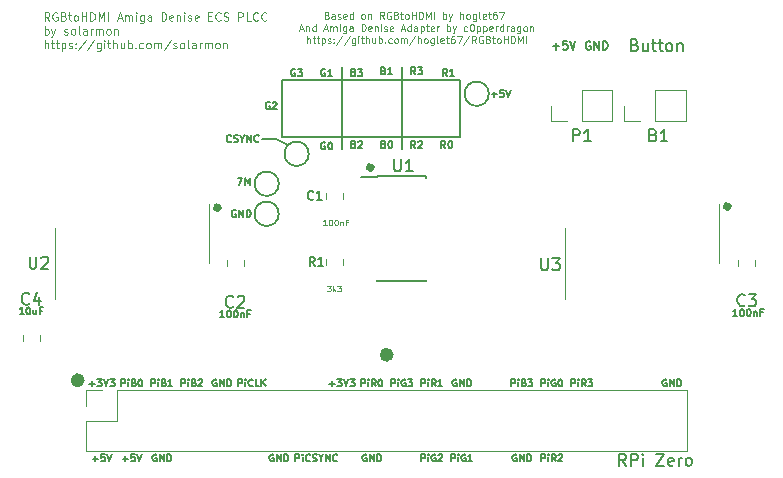
<source format=gbr>
G04 #@! TF.GenerationSoftware,KiCad,Pcbnew,(5.1.9)-1*
G04 #@! TF.CreationDate,2021-04-09T16:02:09+01:00*
G04 #@! TF.ProjectId,RGBtoHDMI Amiga Denise ECS PLCC,52474274-6f48-4444-9d49-20416d696761,1*
G04 #@! TF.SameCoordinates,Original*
G04 #@! TF.FileFunction,Legend,Top*
G04 #@! TF.FilePolarity,Positive*
%FSLAX46Y46*%
G04 Gerber Fmt 4.6, Leading zero omitted, Abs format (unit mm)*
G04 Created by KiCad (PCBNEW (5.1.9)-1) date 2021-04-09 16:02:09*
%MOMM*%
%LPD*%
G01*
G04 APERTURE LIST*
%ADD10C,0.175000*%
%ADD11C,0.150000*%
%ADD12C,0.200000*%
%ADD13C,0.600000*%
%ADD14C,0.125000*%
%ADD15C,0.120000*%
G04 APERTURE END LIST*
D10*
X182727666Y-55403000D02*
X182661000Y-55369666D01*
X182561000Y-55369666D01*
X182461000Y-55403000D01*
X182394333Y-55469666D01*
X182361000Y-55536333D01*
X182327666Y-55669666D01*
X182327666Y-55769666D01*
X182361000Y-55903000D01*
X182394333Y-55969666D01*
X182461000Y-56036333D01*
X182561000Y-56069666D01*
X182627666Y-56069666D01*
X182727666Y-56036333D01*
X182761000Y-56003000D01*
X182761000Y-55769666D01*
X182627666Y-55769666D01*
X183061000Y-56069666D02*
X183061000Y-55369666D01*
X183461000Y-56069666D01*
X183461000Y-55369666D01*
X183794333Y-56069666D02*
X183794333Y-55369666D01*
X183961000Y-55369666D01*
X184061000Y-55403000D01*
X184127666Y-55469666D01*
X184161000Y-55536333D01*
X184194333Y-55669666D01*
X184194333Y-55769666D01*
X184161000Y-55903000D01*
X184127666Y-55969666D01*
X184061000Y-56036333D01*
X183961000Y-56069666D01*
X183794333Y-56069666D01*
X179567000Y-55803000D02*
X180100333Y-55803000D01*
X179833666Y-56069666D02*
X179833666Y-55536333D01*
X180767000Y-55369666D02*
X180433666Y-55369666D01*
X180400333Y-55703000D01*
X180433666Y-55669666D01*
X180500333Y-55636333D01*
X180667000Y-55636333D01*
X180733666Y-55669666D01*
X180767000Y-55703000D01*
X180800333Y-55769666D01*
X180800333Y-55936333D01*
X180767000Y-56003000D01*
X180733666Y-56036333D01*
X180667000Y-56069666D01*
X180500333Y-56069666D01*
X180433666Y-56036333D01*
X180400333Y-56003000D01*
X181000333Y-55369666D02*
X181233666Y-56069666D01*
X181467000Y-55369666D01*
D11*
X156083000Y-63627000D02*
X157099000Y-64135000D01*
X154940000Y-63627000D02*
X156083000Y-63627000D01*
X160613857Y-84370857D02*
X161071000Y-84370857D01*
X160842428Y-84599428D02*
X160842428Y-84142285D01*
X161299571Y-83999428D02*
X161671000Y-83999428D01*
X161471000Y-84228000D01*
X161556714Y-84228000D01*
X161613857Y-84256571D01*
X161642428Y-84285142D01*
X161671000Y-84342285D01*
X161671000Y-84485142D01*
X161642428Y-84542285D01*
X161613857Y-84570857D01*
X161556714Y-84599428D01*
X161385285Y-84599428D01*
X161328142Y-84570857D01*
X161299571Y-84542285D01*
X161842428Y-83999428D02*
X162042428Y-84599428D01*
X162242428Y-83999428D01*
X162385285Y-83999428D02*
X162756714Y-83999428D01*
X162556714Y-84228000D01*
X162642428Y-84228000D01*
X162699571Y-84256571D01*
X162728142Y-84285142D01*
X162756714Y-84342285D01*
X162756714Y-84485142D01*
X162728142Y-84542285D01*
X162699571Y-84570857D01*
X162642428Y-84599428D01*
X162471000Y-84599428D01*
X162413857Y-84570857D01*
X162385285Y-84542285D01*
X189153857Y-84028000D02*
X189096714Y-83999428D01*
X189011000Y-83999428D01*
X188925285Y-84028000D01*
X188868142Y-84085142D01*
X188839571Y-84142285D01*
X188811000Y-84256571D01*
X188811000Y-84342285D01*
X188839571Y-84456571D01*
X188868142Y-84513714D01*
X188925285Y-84570857D01*
X189011000Y-84599428D01*
X189068142Y-84599428D01*
X189153857Y-84570857D01*
X189182428Y-84542285D01*
X189182428Y-84342285D01*
X189068142Y-84342285D01*
X189439571Y-84599428D02*
X189439571Y-83999428D01*
X189782428Y-84599428D01*
X189782428Y-83999428D01*
X190068142Y-84599428D02*
X190068142Y-83999428D01*
X190211000Y-83999428D01*
X190296714Y-84028000D01*
X190353857Y-84085142D01*
X190382428Y-84142285D01*
X190411000Y-84256571D01*
X190411000Y-84342285D01*
X190382428Y-84456571D01*
X190353857Y-84513714D01*
X190296714Y-84570857D01*
X190211000Y-84599428D01*
X190068142Y-84599428D01*
X176453857Y-90378000D02*
X176396714Y-90349428D01*
X176311000Y-90349428D01*
X176225285Y-90378000D01*
X176168142Y-90435142D01*
X176139571Y-90492285D01*
X176111000Y-90606571D01*
X176111000Y-90692285D01*
X176139571Y-90806571D01*
X176168142Y-90863714D01*
X176225285Y-90920857D01*
X176311000Y-90949428D01*
X176368142Y-90949428D01*
X176453857Y-90920857D01*
X176482428Y-90892285D01*
X176482428Y-90692285D01*
X176368142Y-90692285D01*
X176739571Y-90949428D02*
X176739571Y-90349428D01*
X177082428Y-90949428D01*
X177082428Y-90349428D01*
X177368142Y-90949428D02*
X177368142Y-90349428D01*
X177511000Y-90349428D01*
X177596714Y-90378000D01*
X177653857Y-90435142D01*
X177682428Y-90492285D01*
X177711000Y-90606571D01*
X177711000Y-90692285D01*
X177682428Y-90806571D01*
X177653857Y-90863714D01*
X177596714Y-90920857D01*
X177511000Y-90949428D01*
X177368142Y-90949428D01*
X171373857Y-84028000D02*
X171316714Y-83999428D01*
X171231000Y-83999428D01*
X171145285Y-84028000D01*
X171088142Y-84085142D01*
X171059571Y-84142285D01*
X171031000Y-84256571D01*
X171031000Y-84342285D01*
X171059571Y-84456571D01*
X171088142Y-84513714D01*
X171145285Y-84570857D01*
X171231000Y-84599428D01*
X171288142Y-84599428D01*
X171373857Y-84570857D01*
X171402428Y-84542285D01*
X171402428Y-84342285D01*
X171288142Y-84342285D01*
X171659571Y-84599428D02*
X171659571Y-83999428D01*
X172002428Y-84599428D01*
X172002428Y-83999428D01*
X172288142Y-84599428D02*
X172288142Y-83999428D01*
X172431000Y-83999428D01*
X172516714Y-84028000D01*
X172573857Y-84085142D01*
X172602428Y-84142285D01*
X172631000Y-84256571D01*
X172631000Y-84342285D01*
X172602428Y-84456571D01*
X172573857Y-84513714D01*
X172516714Y-84570857D01*
X172431000Y-84599428D01*
X172288142Y-84599428D01*
X163753857Y-90378000D02*
X163696714Y-90349428D01*
X163611000Y-90349428D01*
X163525285Y-90378000D01*
X163468142Y-90435142D01*
X163439571Y-90492285D01*
X163411000Y-90606571D01*
X163411000Y-90692285D01*
X163439571Y-90806571D01*
X163468142Y-90863714D01*
X163525285Y-90920857D01*
X163611000Y-90949428D01*
X163668142Y-90949428D01*
X163753857Y-90920857D01*
X163782428Y-90892285D01*
X163782428Y-90692285D01*
X163668142Y-90692285D01*
X164039571Y-90949428D02*
X164039571Y-90349428D01*
X164382428Y-90949428D01*
X164382428Y-90349428D01*
X164668142Y-90949428D02*
X164668142Y-90349428D01*
X164811000Y-90349428D01*
X164896714Y-90378000D01*
X164953857Y-90435142D01*
X164982428Y-90492285D01*
X165011000Y-90606571D01*
X165011000Y-90692285D01*
X164982428Y-90806571D01*
X164953857Y-90863714D01*
X164896714Y-90920857D01*
X164811000Y-90949428D01*
X164668142Y-90949428D01*
X155879857Y-90378000D02*
X155822714Y-90349428D01*
X155737000Y-90349428D01*
X155651285Y-90378000D01*
X155594142Y-90435142D01*
X155565571Y-90492285D01*
X155537000Y-90606571D01*
X155537000Y-90692285D01*
X155565571Y-90806571D01*
X155594142Y-90863714D01*
X155651285Y-90920857D01*
X155737000Y-90949428D01*
X155794142Y-90949428D01*
X155879857Y-90920857D01*
X155908428Y-90892285D01*
X155908428Y-90692285D01*
X155794142Y-90692285D01*
X156165571Y-90949428D02*
X156165571Y-90349428D01*
X156508428Y-90949428D01*
X156508428Y-90349428D01*
X156794142Y-90949428D02*
X156794142Y-90349428D01*
X156937000Y-90349428D01*
X157022714Y-90378000D01*
X157079857Y-90435142D01*
X157108428Y-90492285D01*
X157137000Y-90606571D01*
X157137000Y-90692285D01*
X157108428Y-90806571D01*
X157079857Y-90863714D01*
X157022714Y-90920857D01*
X156937000Y-90949428D01*
X156794142Y-90949428D01*
X171704000Y-63500000D02*
X171704000Y-58674000D01*
D12*
X186483857Y-55681571D02*
X186626714Y-55729190D01*
X186674333Y-55776809D01*
X186721952Y-55872047D01*
X186721952Y-56014904D01*
X186674333Y-56110142D01*
X186626714Y-56157761D01*
X186531476Y-56205380D01*
X186150523Y-56205380D01*
X186150523Y-55205380D01*
X186483857Y-55205380D01*
X186579095Y-55253000D01*
X186626714Y-55300619D01*
X186674333Y-55395857D01*
X186674333Y-55491095D01*
X186626714Y-55586333D01*
X186579095Y-55633952D01*
X186483857Y-55681571D01*
X186150523Y-55681571D01*
X187579095Y-55538714D02*
X187579095Y-56205380D01*
X187150523Y-55538714D02*
X187150523Y-56062523D01*
X187198142Y-56157761D01*
X187293380Y-56205380D01*
X187436238Y-56205380D01*
X187531476Y-56157761D01*
X187579095Y-56110142D01*
X187912428Y-55538714D02*
X188293380Y-55538714D01*
X188055285Y-55205380D02*
X188055285Y-56062523D01*
X188102904Y-56157761D01*
X188198142Y-56205380D01*
X188293380Y-56205380D01*
X188483857Y-55538714D02*
X188864809Y-55538714D01*
X188626714Y-55205380D02*
X188626714Y-56062523D01*
X188674333Y-56157761D01*
X188769571Y-56205380D01*
X188864809Y-56205380D01*
X189341000Y-56205380D02*
X189245761Y-56157761D01*
X189198142Y-56110142D01*
X189150523Y-56014904D01*
X189150523Y-55729190D01*
X189198142Y-55633952D01*
X189245761Y-55586333D01*
X189341000Y-55538714D01*
X189483857Y-55538714D01*
X189579095Y-55586333D01*
X189626714Y-55633952D01*
X189674333Y-55729190D01*
X189674333Y-56014904D01*
X189626714Y-56110142D01*
X189579095Y-56157761D01*
X189483857Y-56205380D01*
X189341000Y-56205380D01*
X190102904Y-55538714D02*
X190102904Y-56205380D01*
X190102904Y-55633952D02*
X190150523Y-55586333D01*
X190245761Y-55538714D01*
X190388619Y-55538714D01*
X190483857Y-55586333D01*
X190531476Y-55681571D01*
X190531476Y-56205380D01*
D11*
X158877001Y-64897000D02*
G75*
G03*
X158877001Y-64897000I-1023907J0D01*
G01*
X156337001Y-69977000D02*
G75*
G03*
X156337001Y-69977000I-1023907J0D01*
G01*
X156344907Y-67437000D02*
G75*
G03*
X156344907Y-67437000I-1023907J0D01*
G01*
X174124907Y-59817000D02*
G75*
G03*
X174124907Y-59817000I-1023907J0D01*
G01*
X145973857Y-90378000D02*
X145916714Y-90349428D01*
X145831000Y-90349428D01*
X145745285Y-90378000D01*
X145688142Y-90435142D01*
X145659571Y-90492285D01*
X145631000Y-90606571D01*
X145631000Y-90692285D01*
X145659571Y-90806571D01*
X145688142Y-90863714D01*
X145745285Y-90920857D01*
X145831000Y-90949428D01*
X145888142Y-90949428D01*
X145973857Y-90920857D01*
X146002428Y-90892285D01*
X146002428Y-90692285D01*
X145888142Y-90692285D01*
X146259571Y-90949428D02*
X146259571Y-90349428D01*
X146602428Y-90949428D01*
X146602428Y-90349428D01*
X146888142Y-90949428D02*
X146888142Y-90349428D01*
X147031000Y-90349428D01*
X147116714Y-90378000D01*
X147173857Y-90435142D01*
X147202428Y-90492285D01*
X147231000Y-90606571D01*
X147231000Y-90692285D01*
X147202428Y-90806571D01*
X147173857Y-90863714D01*
X147116714Y-90920857D01*
X147031000Y-90949428D01*
X146888142Y-90949428D01*
X151053857Y-84028000D02*
X150996714Y-83999428D01*
X150911000Y-83999428D01*
X150825285Y-84028000D01*
X150768142Y-84085142D01*
X150739571Y-84142285D01*
X150711000Y-84256571D01*
X150711000Y-84342285D01*
X150739571Y-84456571D01*
X150768142Y-84513714D01*
X150825285Y-84570857D01*
X150911000Y-84599428D01*
X150968142Y-84599428D01*
X151053857Y-84570857D01*
X151082428Y-84542285D01*
X151082428Y-84342285D01*
X150968142Y-84342285D01*
X151339571Y-84599428D02*
X151339571Y-83999428D01*
X151682428Y-84599428D01*
X151682428Y-83999428D01*
X151968142Y-84599428D02*
X151968142Y-83999428D01*
X152111000Y-83999428D01*
X152196714Y-84028000D01*
X152253857Y-84085142D01*
X152282428Y-84142285D01*
X152311000Y-84256571D01*
X152311000Y-84342285D01*
X152282428Y-84456571D01*
X152253857Y-84513714D01*
X152196714Y-84570857D01*
X152111000Y-84599428D01*
X151968142Y-84599428D01*
D13*
X139619000Y-84074000D02*
G75*
G03*
X139619000Y-84074000I-300000J0D01*
G01*
D11*
X140293857Y-84370857D02*
X140751000Y-84370857D01*
X140522428Y-84599428D02*
X140522428Y-84142285D01*
X140979571Y-83999428D02*
X141351000Y-83999428D01*
X141151000Y-84228000D01*
X141236714Y-84228000D01*
X141293857Y-84256571D01*
X141322428Y-84285142D01*
X141351000Y-84342285D01*
X141351000Y-84485142D01*
X141322428Y-84542285D01*
X141293857Y-84570857D01*
X141236714Y-84599428D01*
X141065285Y-84599428D01*
X141008142Y-84570857D01*
X140979571Y-84542285D01*
X141522428Y-83999428D02*
X141722428Y-84599428D01*
X141922428Y-83999428D01*
X142065285Y-83999428D02*
X142436714Y-83999428D01*
X142236714Y-84228000D01*
X142322428Y-84228000D01*
X142379571Y-84256571D01*
X142408142Y-84285142D01*
X142436714Y-84342285D01*
X142436714Y-84485142D01*
X142408142Y-84542285D01*
X142379571Y-84570857D01*
X142322428Y-84599428D01*
X142151000Y-84599428D01*
X142093857Y-84570857D01*
X142065285Y-84542285D01*
X143119571Y-90720857D02*
X143576714Y-90720857D01*
X143348142Y-90949428D02*
X143348142Y-90492285D01*
X144148142Y-90349428D02*
X143862428Y-90349428D01*
X143833857Y-90635142D01*
X143862428Y-90606571D01*
X143919571Y-90578000D01*
X144062428Y-90578000D01*
X144119571Y-90606571D01*
X144148142Y-90635142D01*
X144176714Y-90692285D01*
X144176714Y-90835142D01*
X144148142Y-90892285D01*
X144119571Y-90920857D01*
X144062428Y-90949428D01*
X143919571Y-90949428D01*
X143862428Y-90920857D01*
X143833857Y-90892285D01*
X144348142Y-90349428D02*
X144548142Y-90949428D01*
X144748142Y-90349428D01*
X140579571Y-90720857D02*
X141036714Y-90720857D01*
X140808142Y-90949428D02*
X140808142Y-90492285D01*
X141608142Y-90349428D02*
X141322428Y-90349428D01*
X141293857Y-90635142D01*
X141322428Y-90606571D01*
X141379571Y-90578000D01*
X141522428Y-90578000D01*
X141579571Y-90606571D01*
X141608142Y-90635142D01*
X141636714Y-90692285D01*
X141636714Y-90835142D01*
X141608142Y-90892285D01*
X141579571Y-90920857D01*
X141522428Y-90949428D01*
X141379571Y-90949428D01*
X141322428Y-90920857D01*
X141293857Y-90892285D01*
X141808142Y-90349428D02*
X142008142Y-90949428D01*
X142208142Y-90349428D01*
X148085285Y-84599428D02*
X148085285Y-83999428D01*
X148313857Y-83999428D01*
X148371000Y-84028000D01*
X148399571Y-84056571D01*
X148428142Y-84113714D01*
X148428142Y-84199428D01*
X148399571Y-84256571D01*
X148371000Y-84285142D01*
X148313857Y-84313714D01*
X148085285Y-84313714D01*
X148685285Y-84599428D02*
X148685285Y-84199428D01*
X148685285Y-83999428D02*
X148656714Y-84028000D01*
X148685285Y-84056571D01*
X148713857Y-84028000D01*
X148685285Y-83999428D01*
X148685285Y-84056571D01*
X149171000Y-84285142D02*
X149256714Y-84313714D01*
X149285285Y-84342285D01*
X149313857Y-84399428D01*
X149313857Y-84485142D01*
X149285285Y-84542285D01*
X149256714Y-84570857D01*
X149199571Y-84599428D01*
X148971000Y-84599428D01*
X148971000Y-83999428D01*
X149171000Y-83999428D01*
X149228142Y-84028000D01*
X149256714Y-84056571D01*
X149285285Y-84113714D01*
X149285285Y-84170857D01*
X149256714Y-84228000D01*
X149228142Y-84256571D01*
X149171000Y-84285142D01*
X148971000Y-84285142D01*
X149542428Y-84056571D02*
X149571000Y-84028000D01*
X149628142Y-83999428D01*
X149771000Y-83999428D01*
X149828142Y-84028000D01*
X149856714Y-84056571D01*
X149885285Y-84113714D01*
X149885285Y-84170857D01*
X149856714Y-84256571D01*
X149513857Y-84599428D01*
X149885285Y-84599428D01*
X145545285Y-84599428D02*
X145545285Y-83999428D01*
X145773857Y-83999428D01*
X145831000Y-84028000D01*
X145859571Y-84056571D01*
X145888142Y-84113714D01*
X145888142Y-84199428D01*
X145859571Y-84256571D01*
X145831000Y-84285142D01*
X145773857Y-84313714D01*
X145545285Y-84313714D01*
X146145285Y-84599428D02*
X146145285Y-84199428D01*
X146145285Y-83999428D02*
X146116714Y-84028000D01*
X146145285Y-84056571D01*
X146173857Y-84028000D01*
X146145285Y-83999428D01*
X146145285Y-84056571D01*
X146631000Y-84285142D02*
X146716714Y-84313714D01*
X146745285Y-84342285D01*
X146773857Y-84399428D01*
X146773857Y-84485142D01*
X146745285Y-84542285D01*
X146716714Y-84570857D01*
X146659571Y-84599428D01*
X146431000Y-84599428D01*
X146431000Y-83999428D01*
X146631000Y-83999428D01*
X146688142Y-84028000D01*
X146716714Y-84056571D01*
X146745285Y-84113714D01*
X146745285Y-84170857D01*
X146716714Y-84228000D01*
X146688142Y-84256571D01*
X146631000Y-84285142D01*
X146431000Y-84285142D01*
X147345285Y-84599428D02*
X147002428Y-84599428D01*
X147173857Y-84599428D02*
X147173857Y-83999428D01*
X147116714Y-84085142D01*
X147059571Y-84142285D01*
X147002428Y-84170857D01*
X143005285Y-84599428D02*
X143005285Y-83999428D01*
X143233857Y-83999428D01*
X143291000Y-84028000D01*
X143319571Y-84056571D01*
X143348142Y-84113714D01*
X143348142Y-84199428D01*
X143319571Y-84256571D01*
X143291000Y-84285142D01*
X143233857Y-84313714D01*
X143005285Y-84313714D01*
X143605285Y-84599428D02*
X143605285Y-84199428D01*
X143605285Y-83999428D02*
X143576714Y-84028000D01*
X143605285Y-84056571D01*
X143633857Y-84028000D01*
X143605285Y-83999428D01*
X143605285Y-84056571D01*
X144091000Y-84285142D02*
X144176714Y-84313714D01*
X144205285Y-84342285D01*
X144233857Y-84399428D01*
X144233857Y-84485142D01*
X144205285Y-84542285D01*
X144176714Y-84570857D01*
X144119571Y-84599428D01*
X143891000Y-84599428D01*
X143891000Y-83999428D01*
X144091000Y-83999428D01*
X144148142Y-84028000D01*
X144176714Y-84056571D01*
X144205285Y-84113714D01*
X144205285Y-84170857D01*
X144176714Y-84228000D01*
X144148142Y-84256571D01*
X144091000Y-84285142D01*
X143891000Y-84285142D01*
X144605285Y-83999428D02*
X144662428Y-83999428D01*
X144719571Y-84028000D01*
X144748142Y-84056571D01*
X144776714Y-84113714D01*
X144805285Y-84228000D01*
X144805285Y-84370857D01*
X144776714Y-84485142D01*
X144748142Y-84542285D01*
X144719571Y-84570857D01*
X144662428Y-84599428D01*
X144605285Y-84599428D01*
X144548142Y-84570857D01*
X144519571Y-84542285D01*
X144491000Y-84485142D01*
X144462428Y-84370857D01*
X144462428Y-84228000D01*
X144491000Y-84113714D01*
X144519571Y-84056571D01*
X144548142Y-84028000D01*
X144605285Y-83999428D01*
X152908142Y-84599428D02*
X152908142Y-83999428D01*
X153136714Y-83999428D01*
X153193857Y-84028000D01*
X153222428Y-84056571D01*
X153251000Y-84113714D01*
X153251000Y-84199428D01*
X153222428Y-84256571D01*
X153193857Y-84285142D01*
X153136714Y-84313714D01*
X152908142Y-84313714D01*
X153508142Y-84599428D02*
X153508142Y-84199428D01*
X153508142Y-83999428D02*
X153479571Y-84028000D01*
X153508142Y-84056571D01*
X153536714Y-84028000D01*
X153508142Y-83999428D01*
X153508142Y-84056571D01*
X154136714Y-84542285D02*
X154108142Y-84570857D01*
X154022428Y-84599428D01*
X153965285Y-84599428D01*
X153879571Y-84570857D01*
X153822428Y-84513714D01*
X153793857Y-84456571D01*
X153765285Y-84342285D01*
X153765285Y-84256571D01*
X153793857Y-84142285D01*
X153822428Y-84085142D01*
X153879571Y-84028000D01*
X153965285Y-83999428D01*
X154022428Y-83999428D01*
X154108142Y-84028000D01*
X154136714Y-84056571D01*
X154679571Y-84599428D02*
X154393857Y-84599428D01*
X154393857Y-83999428D01*
X154879571Y-84599428D02*
X154879571Y-83999428D01*
X155222428Y-84599428D02*
X154965285Y-84256571D01*
X155222428Y-83999428D02*
X154879571Y-84342285D01*
X157754857Y-90949428D02*
X157754857Y-90349428D01*
X157983428Y-90349428D01*
X158040571Y-90378000D01*
X158069142Y-90406571D01*
X158097714Y-90463714D01*
X158097714Y-90549428D01*
X158069142Y-90606571D01*
X158040571Y-90635142D01*
X157983428Y-90663714D01*
X157754857Y-90663714D01*
X158354857Y-90949428D02*
X158354857Y-90549428D01*
X158354857Y-90349428D02*
X158326285Y-90378000D01*
X158354857Y-90406571D01*
X158383428Y-90378000D01*
X158354857Y-90349428D01*
X158354857Y-90406571D01*
X158983428Y-90892285D02*
X158954857Y-90920857D01*
X158869142Y-90949428D01*
X158812000Y-90949428D01*
X158726285Y-90920857D01*
X158669142Y-90863714D01*
X158640571Y-90806571D01*
X158612000Y-90692285D01*
X158612000Y-90606571D01*
X158640571Y-90492285D01*
X158669142Y-90435142D01*
X158726285Y-90378000D01*
X158812000Y-90349428D01*
X158869142Y-90349428D01*
X158954857Y-90378000D01*
X158983428Y-90406571D01*
X159212000Y-90920857D02*
X159297714Y-90949428D01*
X159440571Y-90949428D01*
X159497714Y-90920857D01*
X159526285Y-90892285D01*
X159554857Y-90835142D01*
X159554857Y-90778000D01*
X159526285Y-90720857D01*
X159497714Y-90692285D01*
X159440571Y-90663714D01*
X159326285Y-90635142D01*
X159269142Y-90606571D01*
X159240571Y-90578000D01*
X159212000Y-90520857D01*
X159212000Y-90463714D01*
X159240571Y-90406571D01*
X159269142Y-90378000D01*
X159326285Y-90349428D01*
X159469142Y-90349428D01*
X159554857Y-90378000D01*
X159926285Y-90663714D02*
X159926285Y-90949428D01*
X159726285Y-90349428D02*
X159926285Y-90663714D01*
X160126285Y-90349428D01*
X160326285Y-90949428D02*
X160326285Y-90349428D01*
X160669142Y-90949428D01*
X160669142Y-90349428D01*
X161297714Y-90892285D02*
X161269142Y-90920857D01*
X161183428Y-90949428D01*
X161126285Y-90949428D01*
X161040571Y-90920857D01*
X160983428Y-90863714D01*
X160954857Y-90806571D01*
X160926285Y-90692285D01*
X160926285Y-90606571D01*
X160954857Y-90492285D01*
X160983428Y-90435142D01*
X161040571Y-90378000D01*
X161126285Y-90349428D01*
X161183428Y-90349428D01*
X161269142Y-90378000D01*
X161297714Y-90406571D01*
X163325285Y-84599428D02*
X163325285Y-83999428D01*
X163553857Y-83999428D01*
X163611000Y-84028000D01*
X163639571Y-84056571D01*
X163668142Y-84113714D01*
X163668142Y-84199428D01*
X163639571Y-84256571D01*
X163611000Y-84285142D01*
X163553857Y-84313714D01*
X163325285Y-84313714D01*
X163925285Y-84599428D02*
X163925285Y-84199428D01*
X163925285Y-83999428D02*
X163896714Y-84028000D01*
X163925285Y-84056571D01*
X163953857Y-84028000D01*
X163925285Y-83999428D01*
X163925285Y-84056571D01*
X164553857Y-84599428D02*
X164353857Y-84313714D01*
X164211000Y-84599428D02*
X164211000Y-83999428D01*
X164439571Y-83999428D01*
X164496714Y-84028000D01*
X164525285Y-84056571D01*
X164553857Y-84113714D01*
X164553857Y-84199428D01*
X164525285Y-84256571D01*
X164496714Y-84285142D01*
X164439571Y-84313714D01*
X164211000Y-84313714D01*
X164925285Y-83999428D02*
X164982428Y-83999428D01*
X165039571Y-84028000D01*
X165068142Y-84056571D01*
X165096714Y-84113714D01*
X165125285Y-84228000D01*
X165125285Y-84370857D01*
X165096714Y-84485142D01*
X165068142Y-84542285D01*
X165039571Y-84570857D01*
X164982428Y-84599428D01*
X164925285Y-84599428D01*
X164868142Y-84570857D01*
X164839571Y-84542285D01*
X164811000Y-84485142D01*
X164782428Y-84370857D01*
X164782428Y-84228000D01*
X164811000Y-84113714D01*
X164839571Y-84056571D01*
X164868142Y-84028000D01*
X164925285Y-83999428D01*
X165865285Y-84599428D02*
X165865285Y-83999428D01*
X166093857Y-83999428D01*
X166151000Y-84028000D01*
X166179571Y-84056571D01*
X166208142Y-84113714D01*
X166208142Y-84199428D01*
X166179571Y-84256571D01*
X166151000Y-84285142D01*
X166093857Y-84313714D01*
X165865285Y-84313714D01*
X166465285Y-84599428D02*
X166465285Y-84199428D01*
X166465285Y-83999428D02*
X166436714Y-84028000D01*
X166465285Y-84056571D01*
X166493857Y-84028000D01*
X166465285Y-83999428D01*
X166465285Y-84056571D01*
X167065285Y-84028000D02*
X167008142Y-83999428D01*
X166922428Y-83999428D01*
X166836714Y-84028000D01*
X166779571Y-84085142D01*
X166751000Y-84142285D01*
X166722428Y-84256571D01*
X166722428Y-84342285D01*
X166751000Y-84456571D01*
X166779571Y-84513714D01*
X166836714Y-84570857D01*
X166922428Y-84599428D01*
X166979571Y-84599428D01*
X167065285Y-84570857D01*
X167093857Y-84542285D01*
X167093857Y-84342285D01*
X166979571Y-84342285D01*
X167293857Y-83999428D02*
X167665285Y-83999428D01*
X167465285Y-84228000D01*
X167551000Y-84228000D01*
X167608142Y-84256571D01*
X167636714Y-84285142D01*
X167665285Y-84342285D01*
X167665285Y-84485142D01*
X167636714Y-84542285D01*
X167608142Y-84570857D01*
X167551000Y-84599428D01*
X167379571Y-84599428D01*
X167322428Y-84570857D01*
X167293857Y-84542285D01*
X168405285Y-84599428D02*
X168405285Y-83999428D01*
X168633857Y-83999428D01*
X168691000Y-84028000D01*
X168719571Y-84056571D01*
X168748142Y-84113714D01*
X168748142Y-84199428D01*
X168719571Y-84256571D01*
X168691000Y-84285142D01*
X168633857Y-84313714D01*
X168405285Y-84313714D01*
X169005285Y-84599428D02*
X169005285Y-84199428D01*
X169005285Y-83999428D02*
X168976714Y-84028000D01*
X169005285Y-84056571D01*
X169033857Y-84028000D01*
X169005285Y-83999428D01*
X169005285Y-84056571D01*
X169633857Y-84599428D02*
X169433857Y-84313714D01*
X169291000Y-84599428D02*
X169291000Y-83999428D01*
X169519571Y-83999428D01*
X169576714Y-84028000D01*
X169605285Y-84056571D01*
X169633857Y-84113714D01*
X169633857Y-84199428D01*
X169605285Y-84256571D01*
X169576714Y-84285142D01*
X169519571Y-84313714D01*
X169291000Y-84313714D01*
X170205285Y-84599428D02*
X169862428Y-84599428D01*
X170033857Y-84599428D02*
X170033857Y-83999428D01*
X169976714Y-84085142D01*
X169919571Y-84142285D01*
X169862428Y-84170857D01*
X168405285Y-90949428D02*
X168405285Y-90349428D01*
X168633857Y-90349428D01*
X168691000Y-90378000D01*
X168719571Y-90406571D01*
X168748142Y-90463714D01*
X168748142Y-90549428D01*
X168719571Y-90606571D01*
X168691000Y-90635142D01*
X168633857Y-90663714D01*
X168405285Y-90663714D01*
X169005285Y-90949428D02*
X169005285Y-90549428D01*
X169005285Y-90349428D02*
X168976714Y-90378000D01*
X169005285Y-90406571D01*
X169033857Y-90378000D01*
X169005285Y-90349428D01*
X169005285Y-90406571D01*
X169605285Y-90378000D02*
X169548142Y-90349428D01*
X169462428Y-90349428D01*
X169376714Y-90378000D01*
X169319571Y-90435142D01*
X169291000Y-90492285D01*
X169262428Y-90606571D01*
X169262428Y-90692285D01*
X169291000Y-90806571D01*
X169319571Y-90863714D01*
X169376714Y-90920857D01*
X169462428Y-90949428D01*
X169519571Y-90949428D01*
X169605285Y-90920857D01*
X169633857Y-90892285D01*
X169633857Y-90692285D01*
X169519571Y-90692285D01*
X169862428Y-90406571D02*
X169891000Y-90378000D01*
X169948142Y-90349428D01*
X170091000Y-90349428D01*
X170148142Y-90378000D01*
X170176714Y-90406571D01*
X170205285Y-90463714D01*
X170205285Y-90520857D01*
X170176714Y-90606571D01*
X169833857Y-90949428D01*
X170205285Y-90949428D01*
X170945285Y-90949428D02*
X170945285Y-90349428D01*
X171173857Y-90349428D01*
X171231000Y-90378000D01*
X171259571Y-90406571D01*
X171288142Y-90463714D01*
X171288142Y-90549428D01*
X171259571Y-90606571D01*
X171231000Y-90635142D01*
X171173857Y-90663714D01*
X170945285Y-90663714D01*
X171545285Y-90949428D02*
X171545285Y-90549428D01*
X171545285Y-90349428D02*
X171516714Y-90378000D01*
X171545285Y-90406571D01*
X171573857Y-90378000D01*
X171545285Y-90349428D01*
X171545285Y-90406571D01*
X172145285Y-90378000D02*
X172088142Y-90349428D01*
X172002428Y-90349428D01*
X171916714Y-90378000D01*
X171859571Y-90435142D01*
X171831000Y-90492285D01*
X171802428Y-90606571D01*
X171802428Y-90692285D01*
X171831000Y-90806571D01*
X171859571Y-90863714D01*
X171916714Y-90920857D01*
X172002428Y-90949428D01*
X172059571Y-90949428D01*
X172145285Y-90920857D01*
X172173857Y-90892285D01*
X172173857Y-90692285D01*
X172059571Y-90692285D01*
X172745285Y-90949428D02*
X172402428Y-90949428D01*
X172573857Y-90949428D02*
X172573857Y-90349428D01*
X172516714Y-90435142D01*
X172459571Y-90492285D01*
X172402428Y-90520857D01*
X176025285Y-84599428D02*
X176025285Y-83999428D01*
X176253857Y-83999428D01*
X176311000Y-84028000D01*
X176339571Y-84056571D01*
X176368142Y-84113714D01*
X176368142Y-84199428D01*
X176339571Y-84256571D01*
X176311000Y-84285142D01*
X176253857Y-84313714D01*
X176025285Y-84313714D01*
X176625285Y-84599428D02*
X176625285Y-84199428D01*
X176625285Y-83999428D02*
X176596714Y-84028000D01*
X176625285Y-84056571D01*
X176653857Y-84028000D01*
X176625285Y-83999428D01*
X176625285Y-84056571D01*
X177111000Y-84285142D02*
X177196714Y-84313714D01*
X177225285Y-84342285D01*
X177253857Y-84399428D01*
X177253857Y-84485142D01*
X177225285Y-84542285D01*
X177196714Y-84570857D01*
X177139571Y-84599428D01*
X176911000Y-84599428D01*
X176911000Y-83999428D01*
X177111000Y-83999428D01*
X177168142Y-84028000D01*
X177196714Y-84056571D01*
X177225285Y-84113714D01*
X177225285Y-84170857D01*
X177196714Y-84228000D01*
X177168142Y-84256571D01*
X177111000Y-84285142D01*
X176911000Y-84285142D01*
X177453857Y-83999428D02*
X177825285Y-83999428D01*
X177625285Y-84228000D01*
X177711000Y-84228000D01*
X177768142Y-84256571D01*
X177796714Y-84285142D01*
X177825285Y-84342285D01*
X177825285Y-84485142D01*
X177796714Y-84542285D01*
X177768142Y-84570857D01*
X177711000Y-84599428D01*
X177539571Y-84599428D01*
X177482428Y-84570857D01*
X177453857Y-84542285D01*
X178565285Y-84599428D02*
X178565285Y-83999428D01*
X178793857Y-83999428D01*
X178851000Y-84028000D01*
X178879571Y-84056571D01*
X178908142Y-84113714D01*
X178908142Y-84199428D01*
X178879571Y-84256571D01*
X178851000Y-84285142D01*
X178793857Y-84313714D01*
X178565285Y-84313714D01*
X179165285Y-84599428D02*
X179165285Y-84199428D01*
X179165285Y-83999428D02*
X179136714Y-84028000D01*
X179165285Y-84056571D01*
X179193857Y-84028000D01*
X179165285Y-83999428D01*
X179165285Y-84056571D01*
X179765285Y-84028000D02*
X179708142Y-83999428D01*
X179622428Y-83999428D01*
X179536714Y-84028000D01*
X179479571Y-84085142D01*
X179451000Y-84142285D01*
X179422428Y-84256571D01*
X179422428Y-84342285D01*
X179451000Y-84456571D01*
X179479571Y-84513714D01*
X179536714Y-84570857D01*
X179622428Y-84599428D01*
X179679571Y-84599428D01*
X179765285Y-84570857D01*
X179793857Y-84542285D01*
X179793857Y-84342285D01*
X179679571Y-84342285D01*
X180165285Y-83999428D02*
X180222428Y-83999428D01*
X180279571Y-84028000D01*
X180308142Y-84056571D01*
X180336714Y-84113714D01*
X180365285Y-84228000D01*
X180365285Y-84370857D01*
X180336714Y-84485142D01*
X180308142Y-84542285D01*
X180279571Y-84570857D01*
X180222428Y-84599428D01*
X180165285Y-84599428D01*
X180108142Y-84570857D01*
X180079571Y-84542285D01*
X180051000Y-84485142D01*
X180022428Y-84370857D01*
X180022428Y-84228000D01*
X180051000Y-84113714D01*
X180079571Y-84056571D01*
X180108142Y-84028000D01*
X180165285Y-83999428D01*
X181105285Y-84599428D02*
X181105285Y-83999428D01*
X181333857Y-83999428D01*
X181391000Y-84028000D01*
X181419571Y-84056571D01*
X181448142Y-84113714D01*
X181448142Y-84199428D01*
X181419571Y-84256571D01*
X181391000Y-84285142D01*
X181333857Y-84313714D01*
X181105285Y-84313714D01*
X181705285Y-84599428D02*
X181705285Y-84199428D01*
X181705285Y-83999428D02*
X181676714Y-84028000D01*
X181705285Y-84056571D01*
X181733857Y-84028000D01*
X181705285Y-83999428D01*
X181705285Y-84056571D01*
X182333857Y-84599428D02*
X182133857Y-84313714D01*
X181991000Y-84599428D02*
X181991000Y-83999428D01*
X182219571Y-83999428D01*
X182276714Y-84028000D01*
X182305285Y-84056571D01*
X182333857Y-84113714D01*
X182333857Y-84199428D01*
X182305285Y-84256571D01*
X182276714Y-84285142D01*
X182219571Y-84313714D01*
X181991000Y-84313714D01*
X182533857Y-83999428D02*
X182905285Y-83999428D01*
X182705285Y-84228000D01*
X182791000Y-84228000D01*
X182848142Y-84256571D01*
X182876714Y-84285142D01*
X182905285Y-84342285D01*
X182905285Y-84485142D01*
X182876714Y-84542285D01*
X182848142Y-84570857D01*
X182791000Y-84599428D01*
X182619571Y-84599428D01*
X182562428Y-84570857D01*
X182533857Y-84542285D01*
X178565285Y-90949428D02*
X178565285Y-90349428D01*
X178793857Y-90349428D01*
X178851000Y-90378000D01*
X178879571Y-90406571D01*
X178908142Y-90463714D01*
X178908142Y-90549428D01*
X178879571Y-90606571D01*
X178851000Y-90635142D01*
X178793857Y-90663714D01*
X178565285Y-90663714D01*
X179165285Y-90949428D02*
X179165285Y-90549428D01*
X179165285Y-90349428D02*
X179136714Y-90378000D01*
X179165285Y-90406571D01*
X179193857Y-90378000D01*
X179165285Y-90349428D01*
X179165285Y-90406571D01*
X179793857Y-90949428D02*
X179593857Y-90663714D01*
X179451000Y-90949428D02*
X179451000Y-90349428D01*
X179679571Y-90349428D01*
X179736714Y-90378000D01*
X179765285Y-90406571D01*
X179793857Y-90463714D01*
X179793857Y-90549428D01*
X179765285Y-90606571D01*
X179736714Y-90635142D01*
X179679571Y-90663714D01*
X179451000Y-90663714D01*
X180022428Y-90406571D02*
X180051000Y-90378000D01*
X180108142Y-90349428D01*
X180251000Y-90349428D01*
X180308142Y-90378000D01*
X180336714Y-90406571D01*
X180365285Y-90463714D01*
X180365285Y-90520857D01*
X180336714Y-90606571D01*
X179993857Y-90949428D01*
X180365285Y-90949428D01*
X185737809Y-91308180D02*
X185404476Y-90831990D01*
X185166380Y-91308180D02*
X185166380Y-90308180D01*
X185547333Y-90308180D01*
X185642571Y-90355800D01*
X185690190Y-90403419D01*
X185737809Y-90498657D01*
X185737809Y-90641514D01*
X185690190Y-90736752D01*
X185642571Y-90784371D01*
X185547333Y-90831990D01*
X185166380Y-90831990D01*
X186166380Y-91308180D02*
X186166380Y-90308180D01*
X186547333Y-90308180D01*
X186642571Y-90355800D01*
X186690190Y-90403419D01*
X186737809Y-90498657D01*
X186737809Y-90641514D01*
X186690190Y-90736752D01*
X186642571Y-90784371D01*
X186547333Y-90831990D01*
X186166380Y-90831990D01*
X187166380Y-91308180D02*
X187166380Y-90641514D01*
X187166380Y-90308180D02*
X187118761Y-90355800D01*
X187166380Y-90403419D01*
X187214000Y-90355800D01*
X187166380Y-90308180D01*
X187166380Y-90403419D01*
X188309238Y-90308180D02*
X188975904Y-90308180D01*
X188309238Y-91308180D01*
X188975904Y-91308180D01*
X189737809Y-91260561D02*
X189642571Y-91308180D01*
X189452095Y-91308180D01*
X189356857Y-91260561D01*
X189309238Y-91165323D01*
X189309238Y-90784371D01*
X189356857Y-90689133D01*
X189452095Y-90641514D01*
X189642571Y-90641514D01*
X189737809Y-90689133D01*
X189785428Y-90784371D01*
X189785428Y-90879609D01*
X189309238Y-90974847D01*
X190214000Y-91308180D02*
X190214000Y-90641514D01*
X190214000Y-90831990D02*
X190261619Y-90736752D01*
X190309238Y-90689133D01*
X190404476Y-90641514D01*
X190499714Y-90641514D01*
X190975904Y-91308180D02*
X190880666Y-91260561D01*
X190833047Y-91212942D01*
X190785428Y-91117704D01*
X190785428Y-90831990D01*
X190833047Y-90736752D01*
X190880666Y-90689133D01*
X190975904Y-90641514D01*
X191118761Y-90641514D01*
X191214000Y-90689133D01*
X191261619Y-90736752D01*
X191309238Y-90831990D01*
X191309238Y-91117704D01*
X191261619Y-91212942D01*
X191214000Y-91260561D01*
X191118761Y-91308180D01*
X190975904Y-91308180D01*
X156591000Y-63500000D02*
X156591000Y-58674000D01*
X166751000Y-64516000D02*
X166751000Y-57531000D01*
X161671000Y-64516000D02*
X161671000Y-57531000D01*
X171704000Y-63500000D02*
X156591000Y-63500000D01*
X156591000Y-58674000D02*
X171704000Y-58674000D01*
X152704857Y-69677000D02*
X152647714Y-69648428D01*
X152562000Y-69648428D01*
X152476285Y-69677000D01*
X152419142Y-69734142D01*
X152390571Y-69791285D01*
X152362000Y-69905571D01*
X152362000Y-69991285D01*
X152390571Y-70105571D01*
X152419142Y-70162714D01*
X152476285Y-70219857D01*
X152562000Y-70248428D01*
X152619142Y-70248428D01*
X152704857Y-70219857D01*
X152733428Y-70191285D01*
X152733428Y-69991285D01*
X152619142Y-69991285D01*
X152990571Y-70248428D02*
X152990571Y-69648428D01*
X153333428Y-70248428D01*
X153333428Y-69648428D01*
X153619142Y-70248428D02*
X153619142Y-69648428D01*
X153762000Y-69648428D01*
X153847714Y-69677000D01*
X153904857Y-69734142D01*
X153933428Y-69791285D01*
X153962000Y-69905571D01*
X153962000Y-69991285D01*
X153933428Y-70105571D01*
X153904857Y-70162714D01*
X153847714Y-70219857D01*
X153762000Y-70248428D01*
X153619142Y-70248428D01*
X174361571Y-59859857D02*
X174818714Y-59859857D01*
X174590142Y-60088428D02*
X174590142Y-59631285D01*
X175390142Y-59488428D02*
X175104428Y-59488428D01*
X175075857Y-59774142D01*
X175104428Y-59745571D01*
X175161571Y-59717000D01*
X175304428Y-59717000D01*
X175361571Y-59745571D01*
X175390142Y-59774142D01*
X175418714Y-59831285D01*
X175418714Y-59974142D01*
X175390142Y-60031285D01*
X175361571Y-60059857D01*
X175304428Y-60088428D01*
X175161571Y-60088428D01*
X175104428Y-60059857D01*
X175075857Y-60031285D01*
X175590142Y-59488428D02*
X175790142Y-60088428D01*
X175990142Y-59488428D01*
X170588000Y-58310428D02*
X170388000Y-58024714D01*
X170245142Y-58310428D02*
X170245142Y-57710428D01*
X170473714Y-57710428D01*
X170530857Y-57739000D01*
X170559428Y-57767571D01*
X170588000Y-57824714D01*
X170588000Y-57910428D01*
X170559428Y-57967571D01*
X170530857Y-57996142D01*
X170473714Y-58024714D01*
X170245142Y-58024714D01*
X171159428Y-58310428D02*
X170816571Y-58310428D01*
X170988000Y-58310428D02*
X170988000Y-57710428D01*
X170930857Y-57796142D01*
X170873714Y-57853285D01*
X170816571Y-57881857D01*
X167921000Y-58183428D02*
X167721000Y-57897714D01*
X167578142Y-58183428D02*
X167578142Y-57583428D01*
X167806714Y-57583428D01*
X167863857Y-57612000D01*
X167892428Y-57640571D01*
X167921000Y-57697714D01*
X167921000Y-57783428D01*
X167892428Y-57840571D01*
X167863857Y-57869142D01*
X167806714Y-57897714D01*
X167578142Y-57897714D01*
X168121000Y-57583428D02*
X168492428Y-57583428D01*
X168292428Y-57812000D01*
X168378142Y-57812000D01*
X168435285Y-57840571D01*
X168463857Y-57869142D01*
X168492428Y-57926285D01*
X168492428Y-58069142D01*
X168463857Y-58126285D01*
X168435285Y-58154857D01*
X168378142Y-58183428D01*
X168206714Y-58183428D01*
X168149571Y-58154857D01*
X168121000Y-58126285D01*
X160272428Y-63962000D02*
X160215285Y-63933428D01*
X160129571Y-63933428D01*
X160043857Y-63962000D01*
X159986714Y-64019142D01*
X159958142Y-64076285D01*
X159929571Y-64190571D01*
X159929571Y-64276285D01*
X159958142Y-64390571D01*
X159986714Y-64447714D01*
X160043857Y-64504857D01*
X160129571Y-64533428D01*
X160186714Y-64533428D01*
X160272428Y-64504857D01*
X160301000Y-64476285D01*
X160301000Y-64276285D01*
X160186714Y-64276285D01*
X160672428Y-63933428D02*
X160729571Y-63933428D01*
X160786714Y-63962000D01*
X160815285Y-63990571D01*
X160843857Y-64047714D01*
X160872428Y-64162000D01*
X160872428Y-64304857D01*
X160843857Y-64419142D01*
X160815285Y-64476285D01*
X160786714Y-64504857D01*
X160729571Y-64533428D01*
X160672428Y-64533428D01*
X160615285Y-64504857D01*
X160586714Y-64476285D01*
X160558142Y-64419142D01*
X160529571Y-64304857D01*
X160529571Y-64162000D01*
X160558142Y-64047714D01*
X160586714Y-63990571D01*
X160615285Y-63962000D01*
X160672428Y-63933428D01*
X152317571Y-63841285D02*
X152289000Y-63869857D01*
X152203285Y-63898428D01*
X152146142Y-63898428D01*
X152060428Y-63869857D01*
X152003285Y-63812714D01*
X151974714Y-63755571D01*
X151946142Y-63641285D01*
X151946142Y-63555571D01*
X151974714Y-63441285D01*
X152003285Y-63384142D01*
X152060428Y-63327000D01*
X152146142Y-63298428D01*
X152203285Y-63298428D01*
X152289000Y-63327000D01*
X152317571Y-63355571D01*
X152546142Y-63869857D02*
X152631857Y-63898428D01*
X152774714Y-63898428D01*
X152831857Y-63869857D01*
X152860428Y-63841285D01*
X152889000Y-63784142D01*
X152889000Y-63727000D01*
X152860428Y-63669857D01*
X152831857Y-63641285D01*
X152774714Y-63612714D01*
X152660428Y-63584142D01*
X152603285Y-63555571D01*
X152574714Y-63527000D01*
X152546142Y-63469857D01*
X152546142Y-63412714D01*
X152574714Y-63355571D01*
X152603285Y-63327000D01*
X152660428Y-63298428D01*
X152803285Y-63298428D01*
X152889000Y-63327000D01*
X153260428Y-63612714D02*
X153260428Y-63898428D01*
X153060428Y-63298428D02*
X153260428Y-63612714D01*
X153460428Y-63298428D01*
X153660428Y-63898428D02*
X153660428Y-63298428D01*
X154003285Y-63898428D01*
X154003285Y-63298428D01*
X154631857Y-63841285D02*
X154603285Y-63869857D01*
X154517571Y-63898428D01*
X154460428Y-63898428D01*
X154374714Y-63869857D01*
X154317571Y-63812714D01*
X154289000Y-63755571D01*
X154260428Y-63641285D01*
X154260428Y-63555571D01*
X154289000Y-63441285D01*
X154317571Y-63384142D01*
X154374714Y-63327000D01*
X154460428Y-63298428D01*
X154517571Y-63298428D01*
X154603285Y-63327000D01*
X154631857Y-63355571D01*
X152873142Y-66981428D02*
X153273142Y-66981428D01*
X153016000Y-67581428D01*
X153501714Y-67581428D02*
X153501714Y-66981428D01*
X153701714Y-67410000D01*
X153901714Y-66981428D01*
X153901714Y-67581428D01*
X157732428Y-57739000D02*
X157675285Y-57710428D01*
X157589571Y-57710428D01*
X157503857Y-57739000D01*
X157446714Y-57796142D01*
X157418142Y-57853285D01*
X157389571Y-57967571D01*
X157389571Y-58053285D01*
X157418142Y-58167571D01*
X157446714Y-58224714D01*
X157503857Y-58281857D01*
X157589571Y-58310428D01*
X157646714Y-58310428D01*
X157732428Y-58281857D01*
X157761000Y-58253285D01*
X157761000Y-58053285D01*
X157646714Y-58053285D01*
X157961000Y-57710428D02*
X158332428Y-57710428D01*
X158132428Y-57939000D01*
X158218142Y-57939000D01*
X158275285Y-57967571D01*
X158303857Y-57996142D01*
X158332428Y-58053285D01*
X158332428Y-58196142D01*
X158303857Y-58253285D01*
X158275285Y-58281857D01*
X158218142Y-58310428D01*
X158046714Y-58310428D01*
X157989571Y-58281857D01*
X157961000Y-58253285D01*
X155573428Y-60533000D02*
X155516285Y-60504428D01*
X155430571Y-60504428D01*
X155344857Y-60533000D01*
X155287714Y-60590142D01*
X155259142Y-60647285D01*
X155230571Y-60761571D01*
X155230571Y-60847285D01*
X155259142Y-60961571D01*
X155287714Y-61018714D01*
X155344857Y-61075857D01*
X155430571Y-61104428D01*
X155487714Y-61104428D01*
X155573428Y-61075857D01*
X155602000Y-61047285D01*
X155602000Y-60847285D01*
X155487714Y-60847285D01*
X155830571Y-60561571D02*
X155859142Y-60533000D01*
X155916285Y-60504428D01*
X156059142Y-60504428D01*
X156116285Y-60533000D01*
X156144857Y-60561571D01*
X156173428Y-60618714D01*
X156173428Y-60675857D01*
X156144857Y-60761571D01*
X155802000Y-61104428D01*
X156173428Y-61104428D01*
X160272428Y-57739000D02*
X160215285Y-57710428D01*
X160129571Y-57710428D01*
X160043857Y-57739000D01*
X159986714Y-57796142D01*
X159958142Y-57853285D01*
X159929571Y-57967571D01*
X159929571Y-58053285D01*
X159958142Y-58167571D01*
X159986714Y-58224714D01*
X160043857Y-58281857D01*
X160129571Y-58310428D01*
X160186714Y-58310428D01*
X160272428Y-58281857D01*
X160301000Y-58253285D01*
X160301000Y-58053285D01*
X160186714Y-58053285D01*
X160872428Y-58310428D02*
X160529571Y-58310428D01*
X160701000Y-58310428D02*
X160701000Y-57710428D01*
X160643857Y-57796142D01*
X160586714Y-57853285D01*
X160529571Y-57881857D01*
X162698142Y-57996142D02*
X162783857Y-58024714D01*
X162812428Y-58053285D01*
X162841000Y-58110428D01*
X162841000Y-58196142D01*
X162812428Y-58253285D01*
X162783857Y-58281857D01*
X162726714Y-58310428D01*
X162498142Y-58310428D01*
X162498142Y-57710428D01*
X162698142Y-57710428D01*
X162755285Y-57739000D01*
X162783857Y-57767571D01*
X162812428Y-57824714D01*
X162812428Y-57881857D01*
X162783857Y-57939000D01*
X162755285Y-57967571D01*
X162698142Y-57996142D01*
X162498142Y-57996142D01*
X163041000Y-57710428D02*
X163412428Y-57710428D01*
X163212428Y-57939000D01*
X163298142Y-57939000D01*
X163355285Y-57967571D01*
X163383857Y-57996142D01*
X163412428Y-58053285D01*
X163412428Y-58196142D01*
X163383857Y-58253285D01*
X163355285Y-58281857D01*
X163298142Y-58310428D01*
X163126714Y-58310428D01*
X163069571Y-58281857D01*
X163041000Y-58253285D01*
X165238142Y-57869142D02*
X165323857Y-57897714D01*
X165352428Y-57926285D01*
X165381000Y-57983428D01*
X165381000Y-58069142D01*
X165352428Y-58126285D01*
X165323857Y-58154857D01*
X165266714Y-58183428D01*
X165038142Y-58183428D01*
X165038142Y-57583428D01*
X165238142Y-57583428D01*
X165295285Y-57612000D01*
X165323857Y-57640571D01*
X165352428Y-57697714D01*
X165352428Y-57754857D01*
X165323857Y-57812000D01*
X165295285Y-57840571D01*
X165238142Y-57869142D01*
X165038142Y-57869142D01*
X165952428Y-58183428D02*
X165609571Y-58183428D01*
X165781000Y-58183428D02*
X165781000Y-57583428D01*
X165723857Y-57669142D01*
X165666714Y-57726285D01*
X165609571Y-57754857D01*
X162698142Y-64092142D02*
X162783857Y-64120714D01*
X162812428Y-64149285D01*
X162841000Y-64206428D01*
X162841000Y-64292142D01*
X162812428Y-64349285D01*
X162783857Y-64377857D01*
X162726714Y-64406428D01*
X162498142Y-64406428D01*
X162498142Y-63806428D01*
X162698142Y-63806428D01*
X162755285Y-63835000D01*
X162783857Y-63863571D01*
X162812428Y-63920714D01*
X162812428Y-63977857D01*
X162783857Y-64035000D01*
X162755285Y-64063571D01*
X162698142Y-64092142D01*
X162498142Y-64092142D01*
X163069571Y-63863571D02*
X163098142Y-63835000D01*
X163155285Y-63806428D01*
X163298142Y-63806428D01*
X163355285Y-63835000D01*
X163383857Y-63863571D01*
X163412428Y-63920714D01*
X163412428Y-63977857D01*
X163383857Y-64063571D01*
X163041000Y-64406428D01*
X163412428Y-64406428D01*
X165238142Y-64092142D02*
X165323857Y-64120714D01*
X165352428Y-64149285D01*
X165381000Y-64206428D01*
X165381000Y-64292142D01*
X165352428Y-64349285D01*
X165323857Y-64377857D01*
X165266714Y-64406428D01*
X165038142Y-64406428D01*
X165038142Y-63806428D01*
X165238142Y-63806428D01*
X165295285Y-63835000D01*
X165323857Y-63863571D01*
X165352428Y-63920714D01*
X165352428Y-63977857D01*
X165323857Y-64035000D01*
X165295285Y-64063571D01*
X165238142Y-64092142D01*
X165038142Y-64092142D01*
X165752428Y-63806428D02*
X165809571Y-63806428D01*
X165866714Y-63835000D01*
X165895285Y-63863571D01*
X165923857Y-63920714D01*
X165952428Y-64035000D01*
X165952428Y-64177857D01*
X165923857Y-64292142D01*
X165895285Y-64349285D01*
X165866714Y-64377857D01*
X165809571Y-64406428D01*
X165752428Y-64406428D01*
X165695285Y-64377857D01*
X165666714Y-64349285D01*
X165638142Y-64292142D01*
X165609571Y-64177857D01*
X165609571Y-64035000D01*
X165638142Y-63920714D01*
X165666714Y-63863571D01*
X165695285Y-63835000D01*
X165752428Y-63806428D01*
X167921000Y-64406428D02*
X167721000Y-64120714D01*
X167578142Y-64406428D02*
X167578142Y-63806428D01*
X167806714Y-63806428D01*
X167863857Y-63835000D01*
X167892428Y-63863571D01*
X167921000Y-63920714D01*
X167921000Y-64006428D01*
X167892428Y-64063571D01*
X167863857Y-64092142D01*
X167806714Y-64120714D01*
X167578142Y-64120714D01*
X168149571Y-63863571D02*
X168178142Y-63835000D01*
X168235285Y-63806428D01*
X168378142Y-63806428D01*
X168435285Y-63835000D01*
X168463857Y-63863571D01*
X168492428Y-63920714D01*
X168492428Y-63977857D01*
X168463857Y-64063571D01*
X168121000Y-64406428D01*
X168492428Y-64406428D01*
X170461000Y-64406428D02*
X170261000Y-64120714D01*
X170118142Y-64406428D02*
X170118142Y-63806428D01*
X170346714Y-63806428D01*
X170403857Y-63835000D01*
X170432428Y-63863571D01*
X170461000Y-63920714D01*
X170461000Y-64006428D01*
X170432428Y-64063571D01*
X170403857Y-64092142D01*
X170346714Y-64120714D01*
X170118142Y-64120714D01*
X170832428Y-63806428D02*
X170889571Y-63806428D01*
X170946714Y-63835000D01*
X170975285Y-63863571D01*
X171003857Y-63920714D01*
X171032428Y-64035000D01*
X171032428Y-64177857D01*
X171003857Y-64292142D01*
X170975285Y-64349285D01*
X170946714Y-64377857D01*
X170889571Y-64406428D01*
X170832428Y-64406428D01*
X170775285Y-64377857D01*
X170746714Y-64349285D01*
X170718142Y-64292142D01*
X170689571Y-64177857D01*
X170689571Y-64035000D01*
X170718142Y-63920714D01*
X170746714Y-63863571D01*
X170775285Y-63835000D01*
X170832428Y-63806428D01*
D14*
X136918916Y-53624666D02*
X136685583Y-53291333D01*
X136518916Y-53624666D02*
X136518916Y-52924666D01*
X136785583Y-52924666D01*
X136852250Y-52958000D01*
X136885583Y-52991333D01*
X136918916Y-53058000D01*
X136918916Y-53158000D01*
X136885583Y-53224666D01*
X136852250Y-53258000D01*
X136785583Y-53291333D01*
X136518916Y-53291333D01*
X137585583Y-52958000D02*
X137518916Y-52924666D01*
X137418916Y-52924666D01*
X137318916Y-52958000D01*
X137252250Y-53024666D01*
X137218916Y-53091333D01*
X137185583Y-53224666D01*
X137185583Y-53324666D01*
X137218916Y-53458000D01*
X137252250Y-53524666D01*
X137318916Y-53591333D01*
X137418916Y-53624666D01*
X137485583Y-53624666D01*
X137585583Y-53591333D01*
X137618916Y-53558000D01*
X137618916Y-53324666D01*
X137485583Y-53324666D01*
X138152250Y-53258000D02*
X138252250Y-53291333D01*
X138285583Y-53324666D01*
X138318916Y-53391333D01*
X138318916Y-53491333D01*
X138285583Y-53558000D01*
X138252250Y-53591333D01*
X138185583Y-53624666D01*
X137918916Y-53624666D01*
X137918916Y-52924666D01*
X138152250Y-52924666D01*
X138218916Y-52958000D01*
X138252250Y-52991333D01*
X138285583Y-53058000D01*
X138285583Y-53124666D01*
X138252250Y-53191333D01*
X138218916Y-53224666D01*
X138152250Y-53258000D01*
X137918916Y-53258000D01*
X138518916Y-53158000D02*
X138785583Y-53158000D01*
X138618916Y-52924666D02*
X138618916Y-53524666D01*
X138652250Y-53591333D01*
X138718916Y-53624666D01*
X138785583Y-53624666D01*
X139118916Y-53624666D02*
X139052250Y-53591333D01*
X139018916Y-53558000D01*
X138985583Y-53491333D01*
X138985583Y-53291333D01*
X139018916Y-53224666D01*
X139052250Y-53191333D01*
X139118916Y-53158000D01*
X139218916Y-53158000D01*
X139285583Y-53191333D01*
X139318916Y-53224666D01*
X139352250Y-53291333D01*
X139352250Y-53491333D01*
X139318916Y-53558000D01*
X139285583Y-53591333D01*
X139218916Y-53624666D01*
X139118916Y-53624666D01*
X139652250Y-53624666D02*
X139652250Y-52924666D01*
X139652250Y-53258000D02*
X140052250Y-53258000D01*
X140052250Y-53624666D02*
X140052250Y-52924666D01*
X140385583Y-53624666D02*
X140385583Y-52924666D01*
X140552250Y-52924666D01*
X140652250Y-52958000D01*
X140718916Y-53024666D01*
X140752250Y-53091333D01*
X140785583Y-53224666D01*
X140785583Y-53324666D01*
X140752250Y-53458000D01*
X140718916Y-53524666D01*
X140652250Y-53591333D01*
X140552250Y-53624666D01*
X140385583Y-53624666D01*
X141085583Y-53624666D02*
X141085583Y-52924666D01*
X141318916Y-53424666D01*
X141552250Y-52924666D01*
X141552250Y-53624666D01*
X141885583Y-53624666D02*
X141885583Y-52924666D01*
X142718916Y-53424666D02*
X143052250Y-53424666D01*
X142652250Y-53624666D02*
X142885583Y-52924666D01*
X143118916Y-53624666D01*
X143352250Y-53624666D02*
X143352250Y-53158000D01*
X143352250Y-53224666D02*
X143385583Y-53191333D01*
X143452250Y-53158000D01*
X143552250Y-53158000D01*
X143618916Y-53191333D01*
X143652250Y-53258000D01*
X143652250Y-53624666D01*
X143652250Y-53258000D02*
X143685583Y-53191333D01*
X143752250Y-53158000D01*
X143852250Y-53158000D01*
X143918916Y-53191333D01*
X143952250Y-53258000D01*
X143952250Y-53624666D01*
X144285583Y-53624666D02*
X144285583Y-53158000D01*
X144285583Y-52924666D02*
X144252250Y-52958000D01*
X144285583Y-52991333D01*
X144318916Y-52958000D01*
X144285583Y-52924666D01*
X144285583Y-52991333D01*
X144918916Y-53158000D02*
X144918916Y-53724666D01*
X144885583Y-53791333D01*
X144852250Y-53824666D01*
X144785583Y-53858000D01*
X144685583Y-53858000D01*
X144618916Y-53824666D01*
X144918916Y-53591333D02*
X144852250Y-53624666D01*
X144718916Y-53624666D01*
X144652250Y-53591333D01*
X144618916Y-53558000D01*
X144585583Y-53491333D01*
X144585583Y-53291333D01*
X144618916Y-53224666D01*
X144652250Y-53191333D01*
X144718916Y-53158000D01*
X144852250Y-53158000D01*
X144918916Y-53191333D01*
X145552250Y-53624666D02*
X145552250Y-53258000D01*
X145518916Y-53191333D01*
X145452250Y-53158000D01*
X145318916Y-53158000D01*
X145252250Y-53191333D01*
X145552250Y-53591333D02*
X145485583Y-53624666D01*
X145318916Y-53624666D01*
X145252250Y-53591333D01*
X145218916Y-53524666D01*
X145218916Y-53458000D01*
X145252250Y-53391333D01*
X145318916Y-53358000D01*
X145485583Y-53358000D01*
X145552250Y-53324666D01*
X146418916Y-53624666D02*
X146418916Y-52924666D01*
X146585583Y-52924666D01*
X146685583Y-52958000D01*
X146752250Y-53024666D01*
X146785583Y-53091333D01*
X146818916Y-53224666D01*
X146818916Y-53324666D01*
X146785583Y-53458000D01*
X146752250Y-53524666D01*
X146685583Y-53591333D01*
X146585583Y-53624666D01*
X146418916Y-53624666D01*
X147385583Y-53591333D02*
X147318916Y-53624666D01*
X147185583Y-53624666D01*
X147118916Y-53591333D01*
X147085583Y-53524666D01*
X147085583Y-53258000D01*
X147118916Y-53191333D01*
X147185583Y-53158000D01*
X147318916Y-53158000D01*
X147385583Y-53191333D01*
X147418916Y-53258000D01*
X147418916Y-53324666D01*
X147085583Y-53391333D01*
X147718916Y-53158000D02*
X147718916Y-53624666D01*
X147718916Y-53224666D02*
X147752250Y-53191333D01*
X147818916Y-53158000D01*
X147918916Y-53158000D01*
X147985583Y-53191333D01*
X148018916Y-53258000D01*
X148018916Y-53624666D01*
X148352250Y-53624666D02*
X148352250Y-53158000D01*
X148352250Y-52924666D02*
X148318916Y-52958000D01*
X148352250Y-52991333D01*
X148385583Y-52958000D01*
X148352250Y-52924666D01*
X148352250Y-52991333D01*
X148652250Y-53591333D02*
X148718916Y-53624666D01*
X148852250Y-53624666D01*
X148918916Y-53591333D01*
X148952250Y-53524666D01*
X148952250Y-53491333D01*
X148918916Y-53424666D01*
X148852250Y-53391333D01*
X148752250Y-53391333D01*
X148685583Y-53358000D01*
X148652250Y-53291333D01*
X148652250Y-53258000D01*
X148685583Y-53191333D01*
X148752250Y-53158000D01*
X148852250Y-53158000D01*
X148918916Y-53191333D01*
X149518916Y-53591333D02*
X149452250Y-53624666D01*
X149318916Y-53624666D01*
X149252250Y-53591333D01*
X149218916Y-53524666D01*
X149218916Y-53258000D01*
X149252250Y-53191333D01*
X149318916Y-53158000D01*
X149452250Y-53158000D01*
X149518916Y-53191333D01*
X149552250Y-53258000D01*
X149552250Y-53324666D01*
X149218916Y-53391333D01*
X150385583Y-53258000D02*
X150618916Y-53258000D01*
X150718916Y-53624666D02*
X150385583Y-53624666D01*
X150385583Y-52924666D01*
X150718916Y-52924666D01*
X151418916Y-53558000D02*
X151385583Y-53591333D01*
X151285583Y-53624666D01*
X151218916Y-53624666D01*
X151118916Y-53591333D01*
X151052250Y-53524666D01*
X151018916Y-53458000D01*
X150985583Y-53324666D01*
X150985583Y-53224666D01*
X151018916Y-53091333D01*
X151052250Y-53024666D01*
X151118916Y-52958000D01*
X151218916Y-52924666D01*
X151285583Y-52924666D01*
X151385583Y-52958000D01*
X151418916Y-52991333D01*
X151685583Y-53591333D02*
X151785583Y-53624666D01*
X151952250Y-53624666D01*
X152018916Y-53591333D01*
X152052250Y-53558000D01*
X152085583Y-53491333D01*
X152085583Y-53424666D01*
X152052250Y-53358000D01*
X152018916Y-53324666D01*
X151952250Y-53291333D01*
X151818916Y-53258000D01*
X151752250Y-53224666D01*
X151718916Y-53191333D01*
X151685583Y-53124666D01*
X151685583Y-53058000D01*
X151718916Y-52991333D01*
X151752250Y-52958000D01*
X151818916Y-52924666D01*
X151985583Y-52924666D01*
X152085583Y-52958000D01*
X152918916Y-53624666D02*
X152918916Y-52924666D01*
X153185583Y-52924666D01*
X153252250Y-52958000D01*
X153285583Y-52991333D01*
X153318916Y-53058000D01*
X153318916Y-53158000D01*
X153285583Y-53224666D01*
X153252250Y-53258000D01*
X153185583Y-53291333D01*
X152918916Y-53291333D01*
X153952250Y-53624666D02*
X153618916Y-53624666D01*
X153618916Y-52924666D01*
X154585583Y-53558000D02*
X154552250Y-53591333D01*
X154452250Y-53624666D01*
X154385583Y-53624666D01*
X154285583Y-53591333D01*
X154218916Y-53524666D01*
X154185583Y-53458000D01*
X154152250Y-53324666D01*
X154152250Y-53224666D01*
X154185583Y-53091333D01*
X154218916Y-53024666D01*
X154285583Y-52958000D01*
X154385583Y-52924666D01*
X154452250Y-52924666D01*
X154552250Y-52958000D01*
X154585583Y-52991333D01*
X155285583Y-53558000D02*
X155252250Y-53591333D01*
X155152250Y-53624666D01*
X155085583Y-53624666D01*
X154985583Y-53591333D01*
X154918916Y-53524666D01*
X154885583Y-53458000D01*
X154852250Y-53324666D01*
X154852250Y-53224666D01*
X154885583Y-53091333D01*
X154918916Y-53024666D01*
X154985583Y-52958000D01*
X155085583Y-52924666D01*
X155152250Y-52924666D01*
X155252250Y-52958000D01*
X155285583Y-52991333D01*
X136518916Y-54799666D02*
X136518916Y-54099666D01*
X136518916Y-54366333D02*
X136585583Y-54333000D01*
X136718916Y-54333000D01*
X136785583Y-54366333D01*
X136818916Y-54399666D01*
X136852250Y-54466333D01*
X136852250Y-54666333D01*
X136818916Y-54733000D01*
X136785583Y-54766333D01*
X136718916Y-54799666D01*
X136585583Y-54799666D01*
X136518916Y-54766333D01*
X137085583Y-54333000D02*
X137252250Y-54799666D01*
X137418916Y-54333000D02*
X137252250Y-54799666D01*
X137185583Y-54966333D01*
X137152250Y-54999666D01*
X137085583Y-55033000D01*
X138185583Y-54766333D02*
X138252250Y-54799666D01*
X138385583Y-54799666D01*
X138452250Y-54766333D01*
X138485583Y-54699666D01*
X138485583Y-54666333D01*
X138452250Y-54599666D01*
X138385583Y-54566333D01*
X138285583Y-54566333D01*
X138218916Y-54533000D01*
X138185583Y-54466333D01*
X138185583Y-54433000D01*
X138218916Y-54366333D01*
X138285583Y-54333000D01*
X138385583Y-54333000D01*
X138452250Y-54366333D01*
X138885583Y-54799666D02*
X138818916Y-54766333D01*
X138785583Y-54733000D01*
X138752250Y-54666333D01*
X138752250Y-54466333D01*
X138785583Y-54399666D01*
X138818916Y-54366333D01*
X138885583Y-54333000D01*
X138985583Y-54333000D01*
X139052250Y-54366333D01*
X139085583Y-54399666D01*
X139118916Y-54466333D01*
X139118916Y-54666333D01*
X139085583Y-54733000D01*
X139052250Y-54766333D01*
X138985583Y-54799666D01*
X138885583Y-54799666D01*
X139518916Y-54799666D02*
X139452250Y-54766333D01*
X139418916Y-54699666D01*
X139418916Y-54099666D01*
X140085583Y-54799666D02*
X140085583Y-54433000D01*
X140052250Y-54366333D01*
X139985583Y-54333000D01*
X139852250Y-54333000D01*
X139785583Y-54366333D01*
X140085583Y-54766333D02*
X140018916Y-54799666D01*
X139852250Y-54799666D01*
X139785583Y-54766333D01*
X139752250Y-54699666D01*
X139752250Y-54633000D01*
X139785583Y-54566333D01*
X139852250Y-54533000D01*
X140018916Y-54533000D01*
X140085583Y-54499666D01*
X140418916Y-54799666D02*
X140418916Y-54333000D01*
X140418916Y-54466333D02*
X140452250Y-54399666D01*
X140485583Y-54366333D01*
X140552250Y-54333000D01*
X140618916Y-54333000D01*
X140852250Y-54799666D02*
X140852250Y-54333000D01*
X140852250Y-54399666D02*
X140885583Y-54366333D01*
X140952250Y-54333000D01*
X141052250Y-54333000D01*
X141118916Y-54366333D01*
X141152250Y-54433000D01*
X141152250Y-54799666D01*
X141152250Y-54433000D02*
X141185583Y-54366333D01*
X141252250Y-54333000D01*
X141352250Y-54333000D01*
X141418916Y-54366333D01*
X141452250Y-54433000D01*
X141452250Y-54799666D01*
X141885583Y-54799666D02*
X141818916Y-54766333D01*
X141785583Y-54733000D01*
X141752250Y-54666333D01*
X141752250Y-54466333D01*
X141785583Y-54399666D01*
X141818916Y-54366333D01*
X141885583Y-54333000D01*
X141985583Y-54333000D01*
X142052250Y-54366333D01*
X142085583Y-54399666D01*
X142118916Y-54466333D01*
X142118916Y-54666333D01*
X142085583Y-54733000D01*
X142052250Y-54766333D01*
X141985583Y-54799666D01*
X141885583Y-54799666D01*
X142418916Y-54333000D02*
X142418916Y-54799666D01*
X142418916Y-54399666D02*
X142452250Y-54366333D01*
X142518916Y-54333000D01*
X142618916Y-54333000D01*
X142685583Y-54366333D01*
X142718916Y-54433000D01*
X142718916Y-54799666D01*
X136518916Y-55974666D02*
X136518916Y-55274666D01*
X136818916Y-55974666D02*
X136818916Y-55608000D01*
X136785583Y-55541333D01*
X136718916Y-55508000D01*
X136618916Y-55508000D01*
X136552250Y-55541333D01*
X136518916Y-55574666D01*
X137052250Y-55508000D02*
X137318916Y-55508000D01*
X137152250Y-55274666D02*
X137152250Y-55874666D01*
X137185583Y-55941333D01*
X137252250Y-55974666D01*
X137318916Y-55974666D01*
X137452250Y-55508000D02*
X137718916Y-55508000D01*
X137552250Y-55274666D02*
X137552250Y-55874666D01*
X137585583Y-55941333D01*
X137652250Y-55974666D01*
X137718916Y-55974666D01*
X137952250Y-55508000D02*
X137952250Y-56208000D01*
X137952250Y-55541333D02*
X138018916Y-55508000D01*
X138152250Y-55508000D01*
X138218916Y-55541333D01*
X138252250Y-55574666D01*
X138285583Y-55641333D01*
X138285583Y-55841333D01*
X138252250Y-55908000D01*
X138218916Y-55941333D01*
X138152250Y-55974666D01*
X138018916Y-55974666D01*
X137952250Y-55941333D01*
X138552250Y-55941333D02*
X138618916Y-55974666D01*
X138752250Y-55974666D01*
X138818916Y-55941333D01*
X138852250Y-55874666D01*
X138852250Y-55841333D01*
X138818916Y-55774666D01*
X138752250Y-55741333D01*
X138652250Y-55741333D01*
X138585583Y-55708000D01*
X138552250Y-55641333D01*
X138552250Y-55608000D01*
X138585583Y-55541333D01*
X138652250Y-55508000D01*
X138752250Y-55508000D01*
X138818916Y-55541333D01*
X139152250Y-55908000D02*
X139185583Y-55941333D01*
X139152250Y-55974666D01*
X139118916Y-55941333D01*
X139152250Y-55908000D01*
X139152250Y-55974666D01*
X139152250Y-55541333D02*
X139185583Y-55574666D01*
X139152250Y-55608000D01*
X139118916Y-55574666D01*
X139152250Y-55541333D01*
X139152250Y-55608000D01*
X139985583Y-55241333D02*
X139385583Y-56141333D01*
X140718916Y-55241333D02*
X140118916Y-56141333D01*
X141252250Y-55508000D02*
X141252250Y-56074666D01*
X141218916Y-56141333D01*
X141185583Y-56174666D01*
X141118916Y-56208000D01*
X141018916Y-56208000D01*
X140952250Y-56174666D01*
X141252250Y-55941333D02*
X141185583Y-55974666D01*
X141052250Y-55974666D01*
X140985583Y-55941333D01*
X140952250Y-55908000D01*
X140918916Y-55841333D01*
X140918916Y-55641333D01*
X140952250Y-55574666D01*
X140985583Y-55541333D01*
X141052250Y-55508000D01*
X141185583Y-55508000D01*
X141252250Y-55541333D01*
X141585583Y-55974666D02*
X141585583Y-55508000D01*
X141585583Y-55274666D02*
X141552250Y-55308000D01*
X141585583Y-55341333D01*
X141618916Y-55308000D01*
X141585583Y-55274666D01*
X141585583Y-55341333D01*
X141818916Y-55508000D02*
X142085583Y-55508000D01*
X141918916Y-55274666D02*
X141918916Y-55874666D01*
X141952250Y-55941333D01*
X142018916Y-55974666D01*
X142085583Y-55974666D01*
X142318916Y-55974666D02*
X142318916Y-55274666D01*
X142618916Y-55974666D02*
X142618916Y-55608000D01*
X142585583Y-55541333D01*
X142518916Y-55508000D01*
X142418916Y-55508000D01*
X142352250Y-55541333D01*
X142318916Y-55574666D01*
X143252250Y-55508000D02*
X143252250Y-55974666D01*
X142952250Y-55508000D02*
X142952250Y-55874666D01*
X142985583Y-55941333D01*
X143052250Y-55974666D01*
X143152250Y-55974666D01*
X143218916Y-55941333D01*
X143252250Y-55908000D01*
X143585583Y-55974666D02*
X143585583Y-55274666D01*
X143585583Y-55541333D02*
X143652250Y-55508000D01*
X143785583Y-55508000D01*
X143852250Y-55541333D01*
X143885583Y-55574666D01*
X143918916Y-55641333D01*
X143918916Y-55841333D01*
X143885583Y-55908000D01*
X143852250Y-55941333D01*
X143785583Y-55974666D01*
X143652250Y-55974666D01*
X143585583Y-55941333D01*
X144218916Y-55908000D02*
X144252250Y-55941333D01*
X144218916Y-55974666D01*
X144185583Y-55941333D01*
X144218916Y-55908000D01*
X144218916Y-55974666D01*
X144852250Y-55941333D02*
X144785583Y-55974666D01*
X144652250Y-55974666D01*
X144585583Y-55941333D01*
X144552250Y-55908000D01*
X144518916Y-55841333D01*
X144518916Y-55641333D01*
X144552250Y-55574666D01*
X144585583Y-55541333D01*
X144652250Y-55508000D01*
X144785583Y-55508000D01*
X144852250Y-55541333D01*
X145252250Y-55974666D02*
X145185583Y-55941333D01*
X145152250Y-55908000D01*
X145118916Y-55841333D01*
X145118916Y-55641333D01*
X145152250Y-55574666D01*
X145185583Y-55541333D01*
X145252250Y-55508000D01*
X145352250Y-55508000D01*
X145418916Y-55541333D01*
X145452250Y-55574666D01*
X145485583Y-55641333D01*
X145485583Y-55841333D01*
X145452250Y-55908000D01*
X145418916Y-55941333D01*
X145352250Y-55974666D01*
X145252250Y-55974666D01*
X145785583Y-55974666D02*
X145785583Y-55508000D01*
X145785583Y-55574666D02*
X145818916Y-55541333D01*
X145885583Y-55508000D01*
X145985583Y-55508000D01*
X146052250Y-55541333D01*
X146085583Y-55608000D01*
X146085583Y-55974666D01*
X146085583Y-55608000D02*
X146118916Y-55541333D01*
X146185583Y-55508000D01*
X146285583Y-55508000D01*
X146352250Y-55541333D01*
X146385583Y-55608000D01*
X146385583Y-55974666D01*
X147218916Y-55241333D02*
X146618916Y-56141333D01*
X147418916Y-55941333D02*
X147485583Y-55974666D01*
X147618916Y-55974666D01*
X147685583Y-55941333D01*
X147718916Y-55874666D01*
X147718916Y-55841333D01*
X147685583Y-55774666D01*
X147618916Y-55741333D01*
X147518916Y-55741333D01*
X147452250Y-55708000D01*
X147418916Y-55641333D01*
X147418916Y-55608000D01*
X147452250Y-55541333D01*
X147518916Y-55508000D01*
X147618916Y-55508000D01*
X147685583Y-55541333D01*
X148118916Y-55974666D02*
X148052250Y-55941333D01*
X148018916Y-55908000D01*
X147985583Y-55841333D01*
X147985583Y-55641333D01*
X148018916Y-55574666D01*
X148052250Y-55541333D01*
X148118916Y-55508000D01*
X148218916Y-55508000D01*
X148285583Y-55541333D01*
X148318916Y-55574666D01*
X148352250Y-55641333D01*
X148352250Y-55841333D01*
X148318916Y-55908000D01*
X148285583Y-55941333D01*
X148218916Y-55974666D01*
X148118916Y-55974666D01*
X148752250Y-55974666D02*
X148685583Y-55941333D01*
X148652250Y-55874666D01*
X148652250Y-55274666D01*
X149318916Y-55974666D02*
X149318916Y-55608000D01*
X149285583Y-55541333D01*
X149218916Y-55508000D01*
X149085583Y-55508000D01*
X149018916Y-55541333D01*
X149318916Y-55941333D02*
X149252250Y-55974666D01*
X149085583Y-55974666D01*
X149018916Y-55941333D01*
X148985583Y-55874666D01*
X148985583Y-55808000D01*
X149018916Y-55741333D01*
X149085583Y-55708000D01*
X149252250Y-55708000D01*
X149318916Y-55674666D01*
X149652250Y-55974666D02*
X149652250Y-55508000D01*
X149652250Y-55641333D02*
X149685583Y-55574666D01*
X149718916Y-55541333D01*
X149785583Y-55508000D01*
X149852250Y-55508000D01*
X150085583Y-55974666D02*
X150085583Y-55508000D01*
X150085583Y-55574666D02*
X150118916Y-55541333D01*
X150185583Y-55508000D01*
X150285583Y-55508000D01*
X150352250Y-55541333D01*
X150385583Y-55608000D01*
X150385583Y-55974666D01*
X150385583Y-55608000D02*
X150418916Y-55541333D01*
X150485583Y-55508000D01*
X150585583Y-55508000D01*
X150652250Y-55541333D01*
X150685583Y-55608000D01*
X150685583Y-55974666D01*
X151118916Y-55974666D02*
X151052250Y-55941333D01*
X151018916Y-55908000D01*
X150985583Y-55841333D01*
X150985583Y-55641333D01*
X151018916Y-55574666D01*
X151052250Y-55541333D01*
X151118916Y-55508000D01*
X151218916Y-55508000D01*
X151285583Y-55541333D01*
X151318916Y-55574666D01*
X151352250Y-55641333D01*
X151352250Y-55841333D01*
X151318916Y-55908000D01*
X151285583Y-55941333D01*
X151218916Y-55974666D01*
X151118916Y-55974666D01*
X151652250Y-55508000D02*
X151652250Y-55974666D01*
X151652250Y-55574666D02*
X151685583Y-55541333D01*
X151752250Y-55508000D01*
X151852250Y-55508000D01*
X151918916Y-55541333D01*
X151952250Y-55608000D01*
X151952250Y-55974666D01*
D13*
X164184000Y-66040000D02*
G75*
G03*
X164184000Y-66040000I-100000J0D01*
G01*
X151230000Y-69469000D02*
G75*
G03*
X151230000Y-69469000I-100000J0D01*
G01*
X194410000Y-69342000D02*
G75*
G03*
X194410000Y-69342000I-100000J0D01*
G01*
X165781000Y-81915000D02*
G75*
G03*
X165781000Y-81915000I-300000J0D01*
G01*
D14*
X160421000Y-53161142D02*
X160506714Y-53189714D01*
X160535285Y-53218285D01*
X160563857Y-53275428D01*
X160563857Y-53361142D01*
X160535285Y-53418285D01*
X160506714Y-53446857D01*
X160449571Y-53475428D01*
X160221000Y-53475428D01*
X160221000Y-52875428D01*
X160421000Y-52875428D01*
X160478142Y-52904000D01*
X160506714Y-52932571D01*
X160535285Y-52989714D01*
X160535285Y-53046857D01*
X160506714Y-53104000D01*
X160478142Y-53132571D01*
X160421000Y-53161142D01*
X160221000Y-53161142D01*
X161078142Y-53475428D02*
X161078142Y-53161142D01*
X161049571Y-53104000D01*
X160992428Y-53075428D01*
X160878142Y-53075428D01*
X160821000Y-53104000D01*
X161078142Y-53446857D02*
X161021000Y-53475428D01*
X160878142Y-53475428D01*
X160821000Y-53446857D01*
X160792428Y-53389714D01*
X160792428Y-53332571D01*
X160821000Y-53275428D01*
X160878142Y-53246857D01*
X161021000Y-53246857D01*
X161078142Y-53218285D01*
X161335285Y-53446857D02*
X161392428Y-53475428D01*
X161506714Y-53475428D01*
X161563857Y-53446857D01*
X161592428Y-53389714D01*
X161592428Y-53361142D01*
X161563857Y-53304000D01*
X161506714Y-53275428D01*
X161421000Y-53275428D01*
X161363857Y-53246857D01*
X161335285Y-53189714D01*
X161335285Y-53161142D01*
X161363857Y-53104000D01*
X161421000Y-53075428D01*
X161506714Y-53075428D01*
X161563857Y-53104000D01*
X162078142Y-53446857D02*
X162021000Y-53475428D01*
X161906714Y-53475428D01*
X161849571Y-53446857D01*
X161821000Y-53389714D01*
X161821000Y-53161142D01*
X161849571Y-53104000D01*
X161906714Y-53075428D01*
X162021000Y-53075428D01*
X162078142Y-53104000D01*
X162106714Y-53161142D01*
X162106714Y-53218285D01*
X161821000Y-53275428D01*
X162621000Y-53475428D02*
X162621000Y-52875428D01*
X162621000Y-53446857D02*
X162563857Y-53475428D01*
X162449571Y-53475428D01*
X162392428Y-53446857D01*
X162363857Y-53418285D01*
X162335285Y-53361142D01*
X162335285Y-53189714D01*
X162363857Y-53132571D01*
X162392428Y-53104000D01*
X162449571Y-53075428D01*
X162563857Y-53075428D01*
X162621000Y-53104000D01*
X163449571Y-53475428D02*
X163392428Y-53446857D01*
X163363857Y-53418285D01*
X163335285Y-53361142D01*
X163335285Y-53189714D01*
X163363857Y-53132571D01*
X163392428Y-53104000D01*
X163449571Y-53075428D01*
X163535285Y-53075428D01*
X163592428Y-53104000D01*
X163621000Y-53132571D01*
X163649571Y-53189714D01*
X163649571Y-53361142D01*
X163621000Y-53418285D01*
X163592428Y-53446857D01*
X163535285Y-53475428D01*
X163449571Y-53475428D01*
X163906714Y-53075428D02*
X163906714Y-53475428D01*
X163906714Y-53132571D02*
X163935285Y-53104000D01*
X163992428Y-53075428D01*
X164078142Y-53075428D01*
X164135285Y-53104000D01*
X164163857Y-53161142D01*
X164163857Y-53475428D01*
X165249571Y-53475428D02*
X165049571Y-53189714D01*
X164906714Y-53475428D02*
X164906714Y-52875428D01*
X165135285Y-52875428D01*
X165192428Y-52904000D01*
X165221000Y-52932571D01*
X165249571Y-52989714D01*
X165249571Y-53075428D01*
X165221000Y-53132571D01*
X165192428Y-53161142D01*
X165135285Y-53189714D01*
X164906714Y-53189714D01*
X165821000Y-52904000D02*
X165763857Y-52875428D01*
X165678142Y-52875428D01*
X165592428Y-52904000D01*
X165535285Y-52961142D01*
X165506714Y-53018285D01*
X165478142Y-53132571D01*
X165478142Y-53218285D01*
X165506714Y-53332571D01*
X165535285Y-53389714D01*
X165592428Y-53446857D01*
X165678142Y-53475428D01*
X165735285Y-53475428D01*
X165821000Y-53446857D01*
X165849571Y-53418285D01*
X165849571Y-53218285D01*
X165735285Y-53218285D01*
X166306714Y-53161142D02*
X166392428Y-53189714D01*
X166421000Y-53218285D01*
X166449571Y-53275428D01*
X166449571Y-53361142D01*
X166421000Y-53418285D01*
X166392428Y-53446857D01*
X166335285Y-53475428D01*
X166106714Y-53475428D01*
X166106714Y-52875428D01*
X166306714Y-52875428D01*
X166363857Y-52904000D01*
X166392428Y-52932571D01*
X166421000Y-52989714D01*
X166421000Y-53046857D01*
X166392428Y-53104000D01*
X166363857Y-53132571D01*
X166306714Y-53161142D01*
X166106714Y-53161142D01*
X166621000Y-53075428D02*
X166849571Y-53075428D01*
X166706714Y-52875428D02*
X166706714Y-53389714D01*
X166735285Y-53446857D01*
X166792428Y-53475428D01*
X166849571Y-53475428D01*
X167135285Y-53475428D02*
X167078142Y-53446857D01*
X167049571Y-53418285D01*
X167021000Y-53361142D01*
X167021000Y-53189714D01*
X167049571Y-53132571D01*
X167078142Y-53104000D01*
X167135285Y-53075428D01*
X167221000Y-53075428D01*
X167278142Y-53104000D01*
X167306714Y-53132571D01*
X167335285Y-53189714D01*
X167335285Y-53361142D01*
X167306714Y-53418285D01*
X167278142Y-53446857D01*
X167221000Y-53475428D01*
X167135285Y-53475428D01*
X167592428Y-53475428D02*
X167592428Y-52875428D01*
X167592428Y-53161142D02*
X167935285Y-53161142D01*
X167935285Y-53475428D02*
X167935285Y-52875428D01*
X168221000Y-53475428D02*
X168221000Y-52875428D01*
X168363857Y-52875428D01*
X168449571Y-52904000D01*
X168506714Y-52961142D01*
X168535285Y-53018285D01*
X168563857Y-53132571D01*
X168563857Y-53218285D01*
X168535285Y-53332571D01*
X168506714Y-53389714D01*
X168449571Y-53446857D01*
X168363857Y-53475428D01*
X168221000Y-53475428D01*
X168821000Y-53475428D02*
X168821000Y-52875428D01*
X169021000Y-53304000D01*
X169221000Y-52875428D01*
X169221000Y-53475428D01*
X169506714Y-53475428D02*
X169506714Y-52875428D01*
X170249571Y-53475428D02*
X170249571Y-52875428D01*
X170249571Y-53104000D02*
X170306714Y-53075428D01*
X170421000Y-53075428D01*
X170478142Y-53104000D01*
X170506714Y-53132571D01*
X170535285Y-53189714D01*
X170535285Y-53361142D01*
X170506714Y-53418285D01*
X170478142Y-53446857D01*
X170421000Y-53475428D01*
X170306714Y-53475428D01*
X170249571Y-53446857D01*
X170735285Y-53075428D02*
X170878142Y-53475428D01*
X171021000Y-53075428D02*
X170878142Y-53475428D01*
X170821000Y-53618285D01*
X170792428Y-53646857D01*
X170735285Y-53675428D01*
X171706714Y-53475428D02*
X171706714Y-52875428D01*
X171963857Y-53475428D02*
X171963857Y-53161142D01*
X171935285Y-53104000D01*
X171878142Y-53075428D01*
X171792428Y-53075428D01*
X171735285Y-53104000D01*
X171706714Y-53132571D01*
X172335285Y-53475428D02*
X172278142Y-53446857D01*
X172249571Y-53418285D01*
X172221000Y-53361142D01*
X172221000Y-53189714D01*
X172249571Y-53132571D01*
X172278142Y-53104000D01*
X172335285Y-53075428D01*
X172421000Y-53075428D01*
X172478142Y-53104000D01*
X172506714Y-53132571D01*
X172535285Y-53189714D01*
X172535285Y-53361142D01*
X172506714Y-53418285D01*
X172478142Y-53446857D01*
X172421000Y-53475428D01*
X172335285Y-53475428D01*
X173049571Y-53075428D02*
X173049571Y-53561142D01*
X173021000Y-53618285D01*
X172992428Y-53646857D01*
X172935285Y-53675428D01*
X172849571Y-53675428D01*
X172792428Y-53646857D01*
X173049571Y-53446857D02*
X172992428Y-53475428D01*
X172878142Y-53475428D01*
X172821000Y-53446857D01*
X172792428Y-53418285D01*
X172763857Y-53361142D01*
X172763857Y-53189714D01*
X172792428Y-53132571D01*
X172821000Y-53104000D01*
X172878142Y-53075428D01*
X172992428Y-53075428D01*
X173049571Y-53104000D01*
X173421000Y-53475428D02*
X173363857Y-53446857D01*
X173335285Y-53389714D01*
X173335285Y-52875428D01*
X173878142Y-53446857D02*
X173821000Y-53475428D01*
X173706714Y-53475428D01*
X173649571Y-53446857D01*
X173621000Y-53389714D01*
X173621000Y-53161142D01*
X173649571Y-53104000D01*
X173706714Y-53075428D01*
X173821000Y-53075428D01*
X173878142Y-53104000D01*
X173906714Y-53161142D01*
X173906714Y-53218285D01*
X173621000Y-53275428D01*
X174078142Y-53075428D02*
X174306714Y-53075428D01*
X174163857Y-52875428D02*
X174163857Y-53389714D01*
X174192428Y-53446857D01*
X174249571Y-53475428D01*
X174306714Y-53475428D01*
X174763857Y-52875428D02*
X174649571Y-52875428D01*
X174592428Y-52904000D01*
X174563857Y-52932571D01*
X174506714Y-53018285D01*
X174478142Y-53132571D01*
X174478142Y-53361142D01*
X174506714Y-53418285D01*
X174535285Y-53446857D01*
X174592428Y-53475428D01*
X174706714Y-53475428D01*
X174763857Y-53446857D01*
X174792428Y-53418285D01*
X174821000Y-53361142D01*
X174821000Y-53218285D01*
X174792428Y-53161142D01*
X174763857Y-53132571D01*
X174706714Y-53104000D01*
X174592428Y-53104000D01*
X174535285Y-53132571D01*
X174506714Y-53161142D01*
X174478142Y-53218285D01*
X175021000Y-52875428D02*
X175421000Y-52875428D01*
X175163857Y-53475428D01*
X158120999Y-54329000D02*
X158406714Y-54329000D01*
X158063857Y-54500428D02*
X158263857Y-53900428D01*
X158463857Y-54500428D01*
X158663857Y-54100428D02*
X158663857Y-54500428D01*
X158663857Y-54157571D02*
X158692428Y-54129000D01*
X158749571Y-54100428D01*
X158835285Y-54100428D01*
X158892428Y-54129000D01*
X158920999Y-54186142D01*
X158920999Y-54500428D01*
X159463857Y-54500428D02*
X159463857Y-53900428D01*
X159463857Y-54471857D02*
X159406714Y-54500428D01*
X159292428Y-54500428D01*
X159235285Y-54471857D01*
X159206714Y-54443285D01*
X159178142Y-54386142D01*
X159178142Y-54214714D01*
X159206714Y-54157571D01*
X159235285Y-54129000D01*
X159292428Y-54100428D01*
X159406714Y-54100428D01*
X159463857Y-54129000D01*
X160178142Y-54329000D02*
X160463857Y-54329000D01*
X160120999Y-54500428D02*
X160320999Y-53900428D01*
X160520999Y-54500428D01*
X160720999Y-54500428D02*
X160720999Y-54100428D01*
X160720999Y-54157571D02*
X160749571Y-54129000D01*
X160806714Y-54100428D01*
X160892428Y-54100428D01*
X160949571Y-54129000D01*
X160978142Y-54186142D01*
X160978142Y-54500428D01*
X160978142Y-54186142D02*
X161006714Y-54129000D01*
X161063857Y-54100428D01*
X161149571Y-54100428D01*
X161206714Y-54129000D01*
X161235285Y-54186142D01*
X161235285Y-54500428D01*
X161520999Y-54500428D02*
X161520999Y-54100428D01*
X161520999Y-53900428D02*
X161492428Y-53929000D01*
X161520999Y-53957571D01*
X161549571Y-53929000D01*
X161520999Y-53900428D01*
X161520999Y-53957571D01*
X162063857Y-54100428D02*
X162063857Y-54586142D01*
X162035285Y-54643285D01*
X162006714Y-54671857D01*
X161949571Y-54700428D01*
X161863857Y-54700428D01*
X161806714Y-54671857D01*
X162063857Y-54471857D02*
X162006714Y-54500428D01*
X161892428Y-54500428D01*
X161835285Y-54471857D01*
X161806714Y-54443285D01*
X161778142Y-54386142D01*
X161778142Y-54214714D01*
X161806714Y-54157571D01*
X161835285Y-54129000D01*
X161892428Y-54100428D01*
X162006714Y-54100428D01*
X162063857Y-54129000D01*
X162606714Y-54500428D02*
X162606714Y-54186142D01*
X162578142Y-54129000D01*
X162520999Y-54100428D01*
X162406714Y-54100428D01*
X162349571Y-54129000D01*
X162606714Y-54471857D02*
X162549571Y-54500428D01*
X162406714Y-54500428D01*
X162349571Y-54471857D01*
X162320999Y-54414714D01*
X162320999Y-54357571D01*
X162349571Y-54300428D01*
X162406714Y-54271857D01*
X162549571Y-54271857D01*
X162606714Y-54243285D01*
X163349571Y-54500428D02*
X163349571Y-53900428D01*
X163492428Y-53900428D01*
X163578142Y-53929000D01*
X163635285Y-53986142D01*
X163663857Y-54043285D01*
X163692428Y-54157571D01*
X163692428Y-54243285D01*
X163663857Y-54357571D01*
X163635285Y-54414714D01*
X163578142Y-54471857D01*
X163492428Y-54500428D01*
X163349571Y-54500428D01*
X164178142Y-54471857D02*
X164120999Y-54500428D01*
X164006714Y-54500428D01*
X163949571Y-54471857D01*
X163920999Y-54414714D01*
X163920999Y-54186142D01*
X163949571Y-54129000D01*
X164006714Y-54100428D01*
X164120999Y-54100428D01*
X164178142Y-54129000D01*
X164206714Y-54186142D01*
X164206714Y-54243285D01*
X163920999Y-54300428D01*
X164463857Y-54100428D02*
X164463857Y-54500428D01*
X164463857Y-54157571D02*
X164492428Y-54129000D01*
X164549571Y-54100428D01*
X164635285Y-54100428D01*
X164692428Y-54129000D01*
X164720999Y-54186142D01*
X164720999Y-54500428D01*
X165006714Y-54500428D02*
X165006714Y-54100428D01*
X165006714Y-53900428D02*
X164978142Y-53929000D01*
X165006714Y-53957571D01*
X165035285Y-53929000D01*
X165006714Y-53900428D01*
X165006714Y-53957571D01*
X165263857Y-54471857D02*
X165320999Y-54500428D01*
X165435285Y-54500428D01*
X165492428Y-54471857D01*
X165520999Y-54414714D01*
X165520999Y-54386142D01*
X165492428Y-54329000D01*
X165435285Y-54300428D01*
X165349571Y-54300428D01*
X165292428Y-54271857D01*
X165263857Y-54214714D01*
X165263857Y-54186142D01*
X165292428Y-54129000D01*
X165349571Y-54100428D01*
X165435285Y-54100428D01*
X165492428Y-54129000D01*
X166006714Y-54471857D02*
X165949571Y-54500428D01*
X165835285Y-54500428D01*
X165778142Y-54471857D01*
X165749571Y-54414714D01*
X165749571Y-54186142D01*
X165778142Y-54129000D01*
X165835285Y-54100428D01*
X165949571Y-54100428D01*
X166006714Y-54129000D01*
X166035285Y-54186142D01*
X166035285Y-54243285D01*
X165749571Y-54300428D01*
X166720999Y-54329000D02*
X167006714Y-54329000D01*
X166663857Y-54500428D02*
X166863857Y-53900428D01*
X167063857Y-54500428D01*
X167520999Y-54500428D02*
X167520999Y-53900428D01*
X167520999Y-54471857D02*
X167463857Y-54500428D01*
X167349571Y-54500428D01*
X167292428Y-54471857D01*
X167263857Y-54443285D01*
X167235285Y-54386142D01*
X167235285Y-54214714D01*
X167263857Y-54157571D01*
X167292428Y-54129000D01*
X167349571Y-54100428D01*
X167463857Y-54100428D01*
X167520999Y-54129000D01*
X168063857Y-54500428D02*
X168063857Y-54186142D01*
X168035285Y-54129000D01*
X167978142Y-54100428D01*
X167863857Y-54100428D01*
X167806714Y-54129000D01*
X168063857Y-54471857D02*
X168006714Y-54500428D01*
X167863857Y-54500428D01*
X167806714Y-54471857D01*
X167778142Y-54414714D01*
X167778142Y-54357571D01*
X167806714Y-54300428D01*
X167863857Y-54271857D01*
X168006714Y-54271857D01*
X168063857Y-54243285D01*
X168349571Y-54100428D02*
X168349571Y-54700428D01*
X168349571Y-54129000D02*
X168406714Y-54100428D01*
X168521000Y-54100428D01*
X168578142Y-54129000D01*
X168606714Y-54157571D01*
X168635285Y-54214714D01*
X168635285Y-54386142D01*
X168606714Y-54443285D01*
X168578142Y-54471857D01*
X168521000Y-54500428D01*
X168406714Y-54500428D01*
X168349571Y-54471857D01*
X168806714Y-54100428D02*
X169035285Y-54100428D01*
X168892428Y-53900428D02*
X168892428Y-54414714D01*
X168921000Y-54471857D01*
X168978142Y-54500428D01*
X169035285Y-54500428D01*
X169463857Y-54471857D02*
X169406714Y-54500428D01*
X169292428Y-54500428D01*
X169235285Y-54471857D01*
X169206714Y-54414714D01*
X169206714Y-54186142D01*
X169235285Y-54129000D01*
X169292428Y-54100428D01*
X169406714Y-54100428D01*
X169463857Y-54129000D01*
X169492428Y-54186142D01*
X169492428Y-54243285D01*
X169206714Y-54300428D01*
X169749571Y-54500428D02*
X169749571Y-54100428D01*
X169749571Y-54214714D02*
X169778142Y-54157571D01*
X169806714Y-54129000D01*
X169863857Y-54100428D01*
X169921000Y-54100428D01*
X170578142Y-54500428D02*
X170578142Y-53900428D01*
X170578142Y-54129000D02*
X170635285Y-54100428D01*
X170749571Y-54100428D01*
X170806714Y-54129000D01*
X170835285Y-54157571D01*
X170863857Y-54214714D01*
X170863857Y-54386142D01*
X170835285Y-54443285D01*
X170806714Y-54471857D01*
X170749571Y-54500428D01*
X170635285Y-54500428D01*
X170578142Y-54471857D01*
X171063857Y-54100428D02*
X171206714Y-54500428D01*
X171349571Y-54100428D02*
X171206714Y-54500428D01*
X171149571Y-54643285D01*
X171121000Y-54671857D01*
X171063857Y-54700428D01*
X172292428Y-54471857D02*
X172235285Y-54500428D01*
X172121000Y-54500428D01*
X172063857Y-54471857D01*
X172035285Y-54443285D01*
X172006714Y-54386142D01*
X172006714Y-54214714D01*
X172035285Y-54157571D01*
X172063857Y-54129000D01*
X172121000Y-54100428D01*
X172235285Y-54100428D01*
X172292428Y-54129000D01*
X172663857Y-53900428D02*
X172721000Y-53900428D01*
X172778142Y-53929000D01*
X172806714Y-53957571D01*
X172835285Y-54014714D01*
X172863857Y-54129000D01*
X172863857Y-54271857D01*
X172835285Y-54386142D01*
X172806714Y-54443285D01*
X172778142Y-54471857D01*
X172721000Y-54500428D01*
X172663857Y-54500428D01*
X172606714Y-54471857D01*
X172578142Y-54443285D01*
X172549571Y-54386142D01*
X172521000Y-54271857D01*
X172521000Y-54129000D01*
X172549571Y-54014714D01*
X172578142Y-53957571D01*
X172606714Y-53929000D01*
X172663857Y-53900428D01*
X173121000Y-54100428D02*
X173121000Y-54700428D01*
X173121000Y-54129000D02*
X173178142Y-54100428D01*
X173292428Y-54100428D01*
X173349571Y-54129000D01*
X173378142Y-54157571D01*
X173406714Y-54214714D01*
X173406714Y-54386142D01*
X173378142Y-54443285D01*
X173349571Y-54471857D01*
X173292428Y-54500428D01*
X173178142Y-54500428D01*
X173121000Y-54471857D01*
X173663857Y-54100428D02*
X173663857Y-54700428D01*
X173663857Y-54129000D02*
X173721000Y-54100428D01*
X173835285Y-54100428D01*
X173892428Y-54129000D01*
X173921000Y-54157571D01*
X173949571Y-54214714D01*
X173949571Y-54386142D01*
X173921000Y-54443285D01*
X173892428Y-54471857D01*
X173835285Y-54500428D01*
X173721000Y-54500428D01*
X173663857Y-54471857D01*
X174435285Y-54471857D02*
X174378142Y-54500428D01*
X174263857Y-54500428D01*
X174206714Y-54471857D01*
X174178142Y-54414714D01*
X174178142Y-54186142D01*
X174206714Y-54129000D01*
X174263857Y-54100428D01*
X174378142Y-54100428D01*
X174435285Y-54129000D01*
X174463857Y-54186142D01*
X174463857Y-54243285D01*
X174178142Y-54300428D01*
X174721000Y-54500428D02*
X174721000Y-54100428D01*
X174721000Y-54214714D02*
X174749571Y-54157571D01*
X174778142Y-54129000D01*
X174835285Y-54100428D01*
X174892428Y-54100428D01*
X175349571Y-54500428D02*
X175349571Y-53900428D01*
X175349571Y-54471857D02*
X175292428Y-54500428D01*
X175178142Y-54500428D01*
X175121000Y-54471857D01*
X175092428Y-54443285D01*
X175063857Y-54386142D01*
X175063857Y-54214714D01*
X175092428Y-54157571D01*
X175121000Y-54129000D01*
X175178142Y-54100428D01*
X175292428Y-54100428D01*
X175349571Y-54129000D01*
X175635285Y-54500428D02*
X175635285Y-54100428D01*
X175635285Y-54214714D02*
X175663857Y-54157571D01*
X175692428Y-54129000D01*
X175749571Y-54100428D01*
X175806714Y-54100428D01*
X176263857Y-54500428D02*
X176263857Y-54186142D01*
X176235285Y-54129000D01*
X176178142Y-54100428D01*
X176063857Y-54100428D01*
X176006714Y-54129000D01*
X176263857Y-54471857D02*
X176206714Y-54500428D01*
X176063857Y-54500428D01*
X176006714Y-54471857D01*
X175978142Y-54414714D01*
X175978142Y-54357571D01*
X176006714Y-54300428D01*
X176063857Y-54271857D01*
X176206714Y-54271857D01*
X176263857Y-54243285D01*
X176806714Y-54100428D02*
X176806714Y-54586142D01*
X176778142Y-54643285D01*
X176749571Y-54671857D01*
X176692428Y-54700428D01*
X176606714Y-54700428D01*
X176549571Y-54671857D01*
X176806714Y-54471857D02*
X176749571Y-54500428D01*
X176635285Y-54500428D01*
X176578142Y-54471857D01*
X176549571Y-54443285D01*
X176520999Y-54386142D01*
X176520999Y-54214714D01*
X176549571Y-54157571D01*
X176578142Y-54129000D01*
X176635285Y-54100428D01*
X176749571Y-54100428D01*
X176806714Y-54129000D01*
X177178142Y-54500428D02*
X177120999Y-54471857D01*
X177092428Y-54443285D01*
X177063857Y-54386142D01*
X177063857Y-54214714D01*
X177092428Y-54157571D01*
X177120999Y-54129000D01*
X177178142Y-54100428D01*
X177263857Y-54100428D01*
X177320999Y-54129000D01*
X177349571Y-54157571D01*
X177378142Y-54214714D01*
X177378142Y-54386142D01*
X177349571Y-54443285D01*
X177320999Y-54471857D01*
X177263857Y-54500428D01*
X177178142Y-54500428D01*
X177635285Y-54100428D02*
X177635285Y-54500428D01*
X177635285Y-54157571D02*
X177663857Y-54129000D01*
X177720999Y-54100428D01*
X177806714Y-54100428D01*
X177863857Y-54129000D01*
X177892428Y-54186142D01*
X177892428Y-54500428D01*
X158749571Y-55525428D02*
X158749571Y-54925428D01*
X159006714Y-55525428D02*
X159006714Y-55211142D01*
X158978142Y-55154000D01*
X158920999Y-55125428D01*
X158835285Y-55125428D01*
X158778142Y-55154000D01*
X158749571Y-55182571D01*
X159206714Y-55125428D02*
X159435285Y-55125428D01*
X159292428Y-54925428D02*
X159292428Y-55439714D01*
X159320999Y-55496857D01*
X159378142Y-55525428D01*
X159435285Y-55525428D01*
X159549571Y-55125428D02*
X159778142Y-55125428D01*
X159635285Y-54925428D02*
X159635285Y-55439714D01*
X159663857Y-55496857D01*
X159720999Y-55525428D01*
X159778142Y-55525428D01*
X159978142Y-55125428D02*
X159978142Y-55725428D01*
X159978142Y-55154000D02*
X160035285Y-55125428D01*
X160149571Y-55125428D01*
X160206714Y-55154000D01*
X160235285Y-55182571D01*
X160263857Y-55239714D01*
X160263857Y-55411142D01*
X160235285Y-55468285D01*
X160206714Y-55496857D01*
X160149571Y-55525428D01*
X160035285Y-55525428D01*
X159978142Y-55496857D01*
X160492428Y-55496857D02*
X160549571Y-55525428D01*
X160663857Y-55525428D01*
X160720999Y-55496857D01*
X160749571Y-55439714D01*
X160749571Y-55411142D01*
X160720999Y-55354000D01*
X160663857Y-55325428D01*
X160578142Y-55325428D01*
X160520999Y-55296857D01*
X160492428Y-55239714D01*
X160492428Y-55211142D01*
X160520999Y-55154000D01*
X160578142Y-55125428D01*
X160663857Y-55125428D01*
X160720999Y-55154000D01*
X161006714Y-55468285D02*
X161035285Y-55496857D01*
X161006714Y-55525428D01*
X160978142Y-55496857D01*
X161006714Y-55468285D01*
X161006714Y-55525428D01*
X161006714Y-55154000D02*
X161035285Y-55182571D01*
X161006714Y-55211142D01*
X160978142Y-55182571D01*
X161006714Y-55154000D01*
X161006714Y-55211142D01*
X161720999Y-54896857D02*
X161206714Y-55668285D01*
X162349571Y-54896857D02*
X161835285Y-55668285D01*
X162806714Y-55125428D02*
X162806714Y-55611142D01*
X162778142Y-55668285D01*
X162749571Y-55696857D01*
X162692428Y-55725428D01*
X162606714Y-55725428D01*
X162549571Y-55696857D01*
X162806714Y-55496857D02*
X162749571Y-55525428D01*
X162635285Y-55525428D01*
X162578142Y-55496857D01*
X162549571Y-55468285D01*
X162520999Y-55411142D01*
X162520999Y-55239714D01*
X162549571Y-55182571D01*
X162578142Y-55154000D01*
X162635285Y-55125428D01*
X162749571Y-55125428D01*
X162806714Y-55154000D01*
X163092428Y-55525428D02*
X163092428Y-55125428D01*
X163092428Y-54925428D02*
X163063857Y-54954000D01*
X163092428Y-54982571D01*
X163120999Y-54954000D01*
X163092428Y-54925428D01*
X163092428Y-54982571D01*
X163292428Y-55125428D02*
X163520999Y-55125428D01*
X163378142Y-54925428D02*
X163378142Y-55439714D01*
X163406714Y-55496857D01*
X163463857Y-55525428D01*
X163520999Y-55525428D01*
X163720999Y-55525428D02*
X163720999Y-54925428D01*
X163978142Y-55525428D02*
X163978142Y-55211142D01*
X163949571Y-55154000D01*
X163892428Y-55125428D01*
X163806714Y-55125428D01*
X163749571Y-55154000D01*
X163720999Y-55182571D01*
X164520999Y-55125428D02*
X164520999Y-55525428D01*
X164263857Y-55125428D02*
X164263857Y-55439714D01*
X164292428Y-55496857D01*
X164349571Y-55525428D01*
X164435285Y-55525428D01*
X164492428Y-55496857D01*
X164520999Y-55468285D01*
X164806714Y-55525428D02*
X164806714Y-54925428D01*
X164806714Y-55154000D02*
X164863857Y-55125428D01*
X164978142Y-55125428D01*
X165035285Y-55154000D01*
X165063857Y-55182571D01*
X165092428Y-55239714D01*
X165092428Y-55411142D01*
X165063857Y-55468285D01*
X165035285Y-55496857D01*
X164978142Y-55525428D01*
X164863857Y-55525428D01*
X164806714Y-55496857D01*
X165349571Y-55468285D02*
X165378142Y-55496857D01*
X165349571Y-55525428D01*
X165320999Y-55496857D01*
X165349571Y-55468285D01*
X165349571Y-55525428D01*
X165892428Y-55496857D02*
X165835285Y-55525428D01*
X165720999Y-55525428D01*
X165663857Y-55496857D01*
X165635285Y-55468285D01*
X165606714Y-55411142D01*
X165606714Y-55239714D01*
X165635285Y-55182571D01*
X165663857Y-55154000D01*
X165720999Y-55125428D01*
X165835285Y-55125428D01*
X165892428Y-55154000D01*
X166235285Y-55525428D02*
X166178142Y-55496857D01*
X166149571Y-55468285D01*
X166120999Y-55411142D01*
X166120999Y-55239714D01*
X166149571Y-55182571D01*
X166178142Y-55154000D01*
X166235285Y-55125428D01*
X166320999Y-55125428D01*
X166378142Y-55154000D01*
X166406714Y-55182571D01*
X166435285Y-55239714D01*
X166435285Y-55411142D01*
X166406714Y-55468285D01*
X166378142Y-55496857D01*
X166320999Y-55525428D01*
X166235285Y-55525428D01*
X166692428Y-55525428D02*
X166692428Y-55125428D01*
X166692428Y-55182571D02*
X166720999Y-55154000D01*
X166778142Y-55125428D01*
X166863857Y-55125428D01*
X166920999Y-55154000D01*
X166949571Y-55211142D01*
X166949571Y-55525428D01*
X166949571Y-55211142D02*
X166978142Y-55154000D01*
X167035285Y-55125428D01*
X167120999Y-55125428D01*
X167178142Y-55154000D01*
X167206714Y-55211142D01*
X167206714Y-55525428D01*
X167920999Y-54896857D02*
X167406714Y-55668285D01*
X168120999Y-55525428D02*
X168120999Y-54925428D01*
X168378142Y-55525428D02*
X168378142Y-55211142D01*
X168349571Y-55154000D01*
X168292428Y-55125428D01*
X168206714Y-55125428D01*
X168149571Y-55154000D01*
X168120999Y-55182571D01*
X168749571Y-55525428D02*
X168692428Y-55496857D01*
X168663857Y-55468285D01*
X168635285Y-55411142D01*
X168635285Y-55239714D01*
X168663857Y-55182571D01*
X168692428Y-55154000D01*
X168749571Y-55125428D01*
X168835285Y-55125428D01*
X168892428Y-55154000D01*
X168920999Y-55182571D01*
X168949571Y-55239714D01*
X168949571Y-55411142D01*
X168920999Y-55468285D01*
X168892428Y-55496857D01*
X168835285Y-55525428D01*
X168749571Y-55525428D01*
X169463857Y-55125428D02*
X169463857Y-55611142D01*
X169435285Y-55668285D01*
X169406714Y-55696857D01*
X169349571Y-55725428D01*
X169263857Y-55725428D01*
X169206714Y-55696857D01*
X169463857Y-55496857D02*
X169406714Y-55525428D01*
X169292428Y-55525428D01*
X169235285Y-55496857D01*
X169206714Y-55468285D01*
X169178142Y-55411142D01*
X169178142Y-55239714D01*
X169206714Y-55182571D01*
X169235285Y-55154000D01*
X169292428Y-55125428D01*
X169406714Y-55125428D01*
X169463857Y-55154000D01*
X169835285Y-55525428D02*
X169778142Y-55496857D01*
X169749571Y-55439714D01*
X169749571Y-54925428D01*
X170292428Y-55496857D02*
X170235285Y-55525428D01*
X170121000Y-55525428D01*
X170063857Y-55496857D01*
X170035285Y-55439714D01*
X170035285Y-55211142D01*
X170063857Y-55154000D01*
X170121000Y-55125428D01*
X170235285Y-55125428D01*
X170292428Y-55154000D01*
X170321000Y-55211142D01*
X170321000Y-55268285D01*
X170035285Y-55325428D01*
X170492428Y-55125428D02*
X170721000Y-55125428D01*
X170578142Y-54925428D02*
X170578142Y-55439714D01*
X170606714Y-55496857D01*
X170663857Y-55525428D01*
X170721000Y-55525428D01*
X171178142Y-54925428D02*
X171063857Y-54925428D01*
X171006714Y-54954000D01*
X170978142Y-54982571D01*
X170921000Y-55068285D01*
X170892428Y-55182571D01*
X170892428Y-55411142D01*
X170921000Y-55468285D01*
X170949571Y-55496857D01*
X171006714Y-55525428D01*
X171121000Y-55525428D01*
X171178142Y-55496857D01*
X171206714Y-55468285D01*
X171235285Y-55411142D01*
X171235285Y-55268285D01*
X171206714Y-55211142D01*
X171178142Y-55182571D01*
X171121000Y-55154000D01*
X171006714Y-55154000D01*
X170949571Y-55182571D01*
X170921000Y-55211142D01*
X170892428Y-55268285D01*
X171435285Y-54925428D02*
X171835285Y-54925428D01*
X171578142Y-55525428D01*
X172492428Y-54896857D02*
X171978142Y-55668285D01*
X173035285Y-55525428D02*
X172835285Y-55239714D01*
X172692428Y-55525428D02*
X172692428Y-54925428D01*
X172921000Y-54925428D01*
X172978142Y-54954000D01*
X173006714Y-54982571D01*
X173035285Y-55039714D01*
X173035285Y-55125428D01*
X173006714Y-55182571D01*
X172978142Y-55211142D01*
X172921000Y-55239714D01*
X172692428Y-55239714D01*
X173606714Y-54954000D02*
X173549571Y-54925428D01*
X173463857Y-54925428D01*
X173378142Y-54954000D01*
X173321000Y-55011142D01*
X173292428Y-55068285D01*
X173263857Y-55182571D01*
X173263857Y-55268285D01*
X173292428Y-55382571D01*
X173321000Y-55439714D01*
X173378142Y-55496857D01*
X173463857Y-55525428D01*
X173521000Y-55525428D01*
X173606714Y-55496857D01*
X173635285Y-55468285D01*
X173635285Y-55268285D01*
X173521000Y-55268285D01*
X174092428Y-55211142D02*
X174178142Y-55239714D01*
X174206714Y-55268285D01*
X174235285Y-55325428D01*
X174235285Y-55411142D01*
X174206714Y-55468285D01*
X174178142Y-55496857D01*
X174121000Y-55525428D01*
X173892428Y-55525428D01*
X173892428Y-54925428D01*
X174092428Y-54925428D01*
X174149571Y-54954000D01*
X174178142Y-54982571D01*
X174206714Y-55039714D01*
X174206714Y-55096857D01*
X174178142Y-55154000D01*
X174149571Y-55182571D01*
X174092428Y-55211142D01*
X173892428Y-55211142D01*
X174406714Y-55125428D02*
X174635285Y-55125428D01*
X174492428Y-54925428D02*
X174492428Y-55439714D01*
X174521000Y-55496857D01*
X174578142Y-55525428D01*
X174635285Y-55525428D01*
X174921000Y-55525428D02*
X174863857Y-55496857D01*
X174835285Y-55468285D01*
X174806714Y-55411142D01*
X174806714Y-55239714D01*
X174835285Y-55182571D01*
X174863857Y-55154000D01*
X174921000Y-55125428D01*
X175006714Y-55125428D01*
X175063857Y-55154000D01*
X175092428Y-55182571D01*
X175121000Y-55239714D01*
X175121000Y-55411142D01*
X175092428Y-55468285D01*
X175063857Y-55496857D01*
X175006714Y-55525428D01*
X174921000Y-55525428D01*
X175378142Y-55525428D02*
X175378142Y-54925428D01*
X175378142Y-55211142D02*
X175721000Y-55211142D01*
X175721000Y-55525428D02*
X175721000Y-54925428D01*
X176006714Y-55525428D02*
X176006714Y-54925428D01*
X176149571Y-54925428D01*
X176235285Y-54954000D01*
X176292428Y-55011142D01*
X176321000Y-55068285D01*
X176349571Y-55182571D01*
X176349571Y-55268285D01*
X176321000Y-55382571D01*
X176292428Y-55439714D01*
X176235285Y-55496857D01*
X176149571Y-55525428D01*
X176006714Y-55525428D01*
X176606714Y-55525428D02*
X176606714Y-54925428D01*
X176806714Y-55354000D01*
X177006714Y-54925428D01*
X177006714Y-55525428D01*
X177292428Y-55525428D02*
X177292428Y-54925428D01*
D15*
X184591000Y-62163000D02*
X184591000Y-59503000D01*
X181991000Y-62163000D02*
X184591000Y-62163000D01*
X181991000Y-59503000D02*
X184591000Y-59503000D01*
X181991000Y-62163000D02*
X181991000Y-59503000D01*
X180721000Y-62163000D02*
X179391000Y-62163000D01*
X179391000Y-62163000D02*
X179391000Y-60833000D01*
X140021000Y-86233000D02*
X140021000Y-84903000D01*
X140021000Y-84903000D02*
X141351000Y-84903000D01*
X140021000Y-87503000D02*
X142621000Y-87503000D01*
X142621000Y-87503000D02*
X142621000Y-84903000D01*
X142621000Y-84903000D02*
X190941000Y-84903000D01*
X190941000Y-90103000D02*
X190941000Y-84903000D01*
X140021000Y-90103000D02*
X190941000Y-90103000D01*
X140021000Y-90103000D02*
X140021000Y-87503000D01*
X137361000Y-71168000D02*
X137361000Y-77168000D01*
X150421000Y-69168000D02*
X150421000Y-74168000D01*
X151944000Y-73906748D02*
X151944000Y-74429252D01*
X153364000Y-73906748D02*
X153364000Y-74429252D01*
X161746000Y-68191748D02*
X161746000Y-68714252D01*
X160326000Y-68191748D02*
X160326000Y-68714252D01*
X195251000Y-73906748D02*
X195251000Y-74429252D01*
X196671000Y-73906748D02*
X196671000Y-74429252D01*
X136092000Y-80779252D02*
X136092000Y-80256748D01*
X134672000Y-80779252D02*
X134672000Y-80256748D01*
X161746000Y-74302252D02*
X161746000Y-73779748D01*
X160326000Y-74302252D02*
X160326000Y-73779748D01*
D11*
X164676000Y-66822000D02*
X163301000Y-66822000D01*
X164676000Y-75697000D02*
X168826000Y-75697000D01*
X164676000Y-66797000D02*
X168826000Y-66797000D01*
X164676000Y-75697000D02*
X164676000Y-75582000D01*
X168826000Y-75697000D02*
X168826000Y-75582000D01*
X168826000Y-66797000D02*
X168826000Y-66912000D01*
X164676000Y-66797000D02*
X164676000Y-66822000D01*
D15*
X193601000Y-69168000D02*
X193601000Y-74168000D01*
X180541000Y-71168000D02*
X180541000Y-77168000D01*
X185614000Y-62163000D02*
X185614000Y-60833000D01*
X186944000Y-62163000D02*
X185614000Y-62163000D01*
X188214000Y-62163000D02*
X188214000Y-59503000D01*
X188214000Y-59503000D02*
X190814000Y-59503000D01*
X188214000Y-62163000D02*
X190814000Y-62163000D01*
X190814000Y-62163000D02*
X190814000Y-59503000D01*
D11*
X181252904Y-63825380D02*
X181252904Y-62825380D01*
X181633857Y-62825380D01*
X181729095Y-62873000D01*
X181776714Y-62920619D01*
X181824333Y-63015857D01*
X181824333Y-63158714D01*
X181776714Y-63253952D01*
X181729095Y-63301571D01*
X181633857Y-63349190D01*
X181252904Y-63349190D01*
X182776714Y-63825380D02*
X182205285Y-63825380D01*
X182491000Y-63825380D02*
X182491000Y-62825380D01*
X182395761Y-62968238D01*
X182300523Y-63063476D01*
X182205285Y-63111095D01*
X135255095Y-73620380D02*
X135255095Y-74429904D01*
X135302714Y-74525142D01*
X135350333Y-74572761D01*
X135445571Y-74620380D01*
X135636047Y-74620380D01*
X135731285Y-74572761D01*
X135778904Y-74525142D01*
X135826523Y-74429904D01*
X135826523Y-73620380D01*
X136255095Y-73715619D02*
X136302714Y-73668000D01*
X136397952Y-73620380D01*
X136636047Y-73620380D01*
X136731285Y-73668000D01*
X136778904Y-73715619D01*
X136826523Y-73810857D01*
X136826523Y-73906095D01*
X136778904Y-74048952D01*
X136207476Y-74620380D01*
X136826523Y-74620380D01*
X152487333Y-77827142D02*
X152439714Y-77874761D01*
X152296857Y-77922380D01*
X152201619Y-77922380D01*
X152058761Y-77874761D01*
X151963523Y-77779523D01*
X151915904Y-77684285D01*
X151868285Y-77493809D01*
X151868285Y-77350952D01*
X151915904Y-77160476D01*
X151963523Y-77065238D01*
X152058761Y-76970000D01*
X152201619Y-76922380D01*
X152296857Y-76922380D01*
X152439714Y-76970000D01*
X152487333Y-77017619D01*
X152868285Y-77017619D02*
X152915904Y-76970000D01*
X153011142Y-76922380D01*
X153249238Y-76922380D01*
X153344476Y-76970000D01*
X153392095Y-77017619D01*
X153439714Y-77112857D01*
X153439714Y-77208095D01*
X153392095Y-77350952D01*
X152820666Y-77922380D01*
X153439714Y-77922380D01*
X151725428Y-78757428D02*
X151382571Y-78757428D01*
X151554000Y-78757428D02*
X151554000Y-78157428D01*
X151496857Y-78243142D01*
X151439714Y-78300285D01*
X151382571Y-78328857D01*
X152096857Y-78157428D02*
X152154000Y-78157428D01*
X152211142Y-78186000D01*
X152239714Y-78214571D01*
X152268285Y-78271714D01*
X152296857Y-78386000D01*
X152296857Y-78528857D01*
X152268285Y-78643142D01*
X152239714Y-78700285D01*
X152211142Y-78728857D01*
X152154000Y-78757428D01*
X152096857Y-78757428D01*
X152039714Y-78728857D01*
X152011142Y-78700285D01*
X151982571Y-78643142D01*
X151954000Y-78528857D01*
X151954000Y-78386000D01*
X151982571Y-78271714D01*
X152011142Y-78214571D01*
X152039714Y-78186000D01*
X152096857Y-78157428D01*
X152668285Y-78157428D02*
X152725428Y-78157428D01*
X152782571Y-78186000D01*
X152811142Y-78214571D01*
X152839714Y-78271714D01*
X152868285Y-78386000D01*
X152868285Y-78528857D01*
X152839714Y-78643142D01*
X152811142Y-78700285D01*
X152782571Y-78728857D01*
X152725428Y-78757428D01*
X152668285Y-78757428D01*
X152611142Y-78728857D01*
X152582571Y-78700285D01*
X152554000Y-78643142D01*
X152525428Y-78528857D01*
X152525428Y-78386000D01*
X152554000Y-78271714D01*
X152582571Y-78214571D01*
X152611142Y-78186000D01*
X152668285Y-78157428D01*
X153125428Y-78357428D02*
X153125428Y-78757428D01*
X153125428Y-78414571D02*
X153154000Y-78386000D01*
X153211142Y-78357428D01*
X153296857Y-78357428D01*
X153354000Y-78386000D01*
X153382571Y-78443142D01*
X153382571Y-78757428D01*
X153868285Y-78443142D02*
X153668285Y-78443142D01*
X153668285Y-78757428D02*
X153668285Y-78157428D01*
X153954000Y-78157428D01*
X159260000Y-68720857D02*
X159224285Y-68756571D01*
X159117142Y-68792285D01*
X159045714Y-68792285D01*
X158938571Y-68756571D01*
X158867142Y-68685142D01*
X158831428Y-68613714D01*
X158795714Y-68470857D01*
X158795714Y-68363714D01*
X158831428Y-68220857D01*
X158867142Y-68149428D01*
X158938571Y-68078000D01*
X159045714Y-68042285D01*
X159117142Y-68042285D01*
X159224285Y-68078000D01*
X159260000Y-68113714D01*
X159974285Y-68792285D02*
X159545714Y-68792285D01*
X159760000Y-68792285D02*
X159760000Y-68042285D01*
X159688571Y-68149428D01*
X159617142Y-68220857D01*
X159545714Y-68256571D01*
D14*
X160389190Y-70965190D02*
X160103476Y-70965190D01*
X160246333Y-70965190D02*
X160246333Y-70465190D01*
X160198714Y-70536619D01*
X160151095Y-70584238D01*
X160103476Y-70608047D01*
X160698714Y-70465190D02*
X160746333Y-70465190D01*
X160793952Y-70489000D01*
X160817761Y-70512809D01*
X160841571Y-70560428D01*
X160865380Y-70655666D01*
X160865380Y-70774714D01*
X160841571Y-70869952D01*
X160817761Y-70917571D01*
X160793952Y-70941380D01*
X160746333Y-70965190D01*
X160698714Y-70965190D01*
X160651095Y-70941380D01*
X160627285Y-70917571D01*
X160603476Y-70869952D01*
X160579666Y-70774714D01*
X160579666Y-70655666D01*
X160603476Y-70560428D01*
X160627285Y-70512809D01*
X160651095Y-70489000D01*
X160698714Y-70465190D01*
X161174904Y-70465190D02*
X161222523Y-70465190D01*
X161270142Y-70489000D01*
X161293952Y-70512809D01*
X161317761Y-70560428D01*
X161341571Y-70655666D01*
X161341571Y-70774714D01*
X161317761Y-70869952D01*
X161293952Y-70917571D01*
X161270142Y-70941380D01*
X161222523Y-70965190D01*
X161174904Y-70965190D01*
X161127285Y-70941380D01*
X161103476Y-70917571D01*
X161079666Y-70869952D01*
X161055857Y-70774714D01*
X161055857Y-70655666D01*
X161079666Y-70560428D01*
X161103476Y-70512809D01*
X161127285Y-70489000D01*
X161174904Y-70465190D01*
X161555857Y-70631857D02*
X161555857Y-70965190D01*
X161555857Y-70679476D02*
X161579666Y-70655666D01*
X161627285Y-70631857D01*
X161698714Y-70631857D01*
X161746333Y-70655666D01*
X161770142Y-70703285D01*
X161770142Y-70965190D01*
X162174904Y-70703285D02*
X162008238Y-70703285D01*
X162008238Y-70965190D02*
X162008238Y-70465190D01*
X162246333Y-70465190D01*
D11*
X195794333Y-77700142D02*
X195746714Y-77747761D01*
X195603857Y-77795380D01*
X195508619Y-77795380D01*
X195365761Y-77747761D01*
X195270523Y-77652523D01*
X195222904Y-77557285D01*
X195175285Y-77366809D01*
X195175285Y-77223952D01*
X195222904Y-77033476D01*
X195270523Y-76938238D01*
X195365761Y-76843000D01*
X195508619Y-76795380D01*
X195603857Y-76795380D01*
X195746714Y-76843000D01*
X195794333Y-76890619D01*
X196127666Y-76795380D02*
X196746714Y-76795380D01*
X196413380Y-77176333D01*
X196556238Y-77176333D01*
X196651476Y-77223952D01*
X196699095Y-77271571D01*
X196746714Y-77366809D01*
X196746714Y-77604904D01*
X196699095Y-77700142D01*
X196651476Y-77747761D01*
X196556238Y-77795380D01*
X196270523Y-77795380D01*
X196175285Y-77747761D01*
X196127666Y-77700142D01*
X195159428Y-78630428D02*
X194816571Y-78630428D01*
X194988000Y-78630428D02*
X194988000Y-78030428D01*
X194930857Y-78116142D01*
X194873714Y-78173285D01*
X194816571Y-78201857D01*
X195530857Y-78030428D02*
X195588000Y-78030428D01*
X195645142Y-78059000D01*
X195673714Y-78087571D01*
X195702285Y-78144714D01*
X195730857Y-78259000D01*
X195730857Y-78401857D01*
X195702285Y-78516142D01*
X195673714Y-78573285D01*
X195645142Y-78601857D01*
X195588000Y-78630428D01*
X195530857Y-78630428D01*
X195473714Y-78601857D01*
X195445142Y-78573285D01*
X195416571Y-78516142D01*
X195388000Y-78401857D01*
X195388000Y-78259000D01*
X195416571Y-78144714D01*
X195445142Y-78087571D01*
X195473714Y-78059000D01*
X195530857Y-78030428D01*
X196102285Y-78030428D02*
X196159428Y-78030428D01*
X196216571Y-78059000D01*
X196245142Y-78087571D01*
X196273714Y-78144714D01*
X196302285Y-78259000D01*
X196302285Y-78401857D01*
X196273714Y-78516142D01*
X196245142Y-78573285D01*
X196216571Y-78601857D01*
X196159428Y-78630428D01*
X196102285Y-78630428D01*
X196045142Y-78601857D01*
X196016571Y-78573285D01*
X195988000Y-78516142D01*
X195959428Y-78401857D01*
X195959428Y-78259000D01*
X195988000Y-78144714D01*
X196016571Y-78087571D01*
X196045142Y-78059000D01*
X196102285Y-78030428D01*
X196559428Y-78230428D02*
X196559428Y-78630428D01*
X196559428Y-78287571D02*
X196588000Y-78259000D01*
X196645142Y-78230428D01*
X196730857Y-78230428D01*
X196788000Y-78259000D01*
X196816571Y-78316142D01*
X196816571Y-78630428D01*
X197302285Y-78316142D02*
X197102285Y-78316142D01*
X197102285Y-78630428D02*
X197102285Y-78030428D01*
X197388000Y-78030428D01*
X135215333Y-77573142D02*
X135167714Y-77620761D01*
X135024857Y-77668380D01*
X134929619Y-77668380D01*
X134786761Y-77620761D01*
X134691523Y-77525523D01*
X134643904Y-77430285D01*
X134596285Y-77239809D01*
X134596285Y-77096952D01*
X134643904Y-76906476D01*
X134691523Y-76811238D01*
X134786761Y-76716000D01*
X134929619Y-76668380D01*
X135024857Y-76668380D01*
X135167714Y-76716000D01*
X135215333Y-76763619D01*
X136072476Y-77001714D02*
X136072476Y-77668380D01*
X135834380Y-76620761D02*
X135596285Y-77335047D01*
X136215333Y-77335047D01*
X134739142Y-78503428D02*
X134396285Y-78503428D01*
X134567714Y-78503428D02*
X134567714Y-77903428D01*
X134510571Y-77989142D01*
X134453428Y-78046285D01*
X134396285Y-78074857D01*
X135110571Y-77903428D02*
X135167714Y-77903428D01*
X135224857Y-77932000D01*
X135253428Y-77960571D01*
X135282000Y-78017714D01*
X135310571Y-78132000D01*
X135310571Y-78274857D01*
X135282000Y-78389142D01*
X135253428Y-78446285D01*
X135224857Y-78474857D01*
X135167714Y-78503428D01*
X135110571Y-78503428D01*
X135053428Y-78474857D01*
X135024857Y-78446285D01*
X134996285Y-78389142D01*
X134967714Y-78274857D01*
X134967714Y-78132000D01*
X134996285Y-78017714D01*
X135024857Y-77960571D01*
X135053428Y-77932000D01*
X135110571Y-77903428D01*
X135824857Y-78103428D02*
X135824857Y-78503428D01*
X135567714Y-78103428D02*
X135567714Y-78417714D01*
X135596285Y-78474857D01*
X135653428Y-78503428D01*
X135739142Y-78503428D01*
X135796285Y-78474857D01*
X135824857Y-78446285D01*
X136310571Y-78189142D02*
X136110571Y-78189142D01*
X136110571Y-78503428D02*
X136110571Y-77903428D01*
X136396285Y-77903428D01*
X159387000Y-74380285D02*
X159137000Y-74023142D01*
X158958428Y-74380285D02*
X158958428Y-73630285D01*
X159244142Y-73630285D01*
X159315571Y-73666000D01*
X159351285Y-73701714D01*
X159387000Y-73773142D01*
X159387000Y-73880285D01*
X159351285Y-73951714D01*
X159315571Y-73987428D01*
X159244142Y-74023142D01*
X158958428Y-74023142D01*
X160101285Y-74380285D02*
X159672714Y-74380285D01*
X159887000Y-74380285D02*
X159887000Y-73630285D01*
X159815571Y-73737428D01*
X159744142Y-73808857D01*
X159672714Y-73844571D01*
D14*
X160428857Y-76053190D02*
X160738380Y-76053190D01*
X160571714Y-76243666D01*
X160643142Y-76243666D01*
X160690761Y-76267476D01*
X160714571Y-76291285D01*
X160738380Y-76338904D01*
X160738380Y-76457952D01*
X160714571Y-76505571D01*
X160690761Y-76529380D01*
X160643142Y-76553190D01*
X160500285Y-76553190D01*
X160452666Y-76529380D01*
X160428857Y-76505571D01*
X160952666Y-76553190D02*
X160952666Y-76053190D01*
X161000285Y-76362714D02*
X161143142Y-76553190D01*
X161143142Y-76219857D02*
X160952666Y-76410333D01*
X161309809Y-76053190D02*
X161619333Y-76053190D01*
X161452666Y-76243666D01*
X161524095Y-76243666D01*
X161571714Y-76267476D01*
X161595523Y-76291285D01*
X161619333Y-76338904D01*
X161619333Y-76457952D01*
X161595523Y-76505571D01*
X161571714Y-76529380D01*
X161524095Y-76553190D01*
X161381238Y-76553190D01*
X161333619Y-76529380D01*
X161309809Y-76505571D01*
D11*
X166116095Y-65365380D02*
X166116095Y-66174904D01*
X166163714Y-66270142D01*
X166211333Y-66317761D01*
X166306571Y-66365380D01*
X166497047Y-66365380D01*
X166592285Y-66317761D01*
X166639904Y-66270142D01*
X166687523Y-66174904D01*
X166687523Y-65365380D01*
X167687523Y-66365380D02*
X167116095Y-66365380D01*
X167401809Y-66365380D02*
X167401809Y-65365380D01*
X167306571Y-65508238D01*
X167211333Y-65603476D01*
X167116095Y-65651095D01*
X178562095Y-73747380D02*
X178562095Y-74556904D01*
X178609714Y-74652142D01*
X178657333Y-74699761D01*
X178752571Y-74747380D01*
X178943047Y-74747380D01*
X179038285Y-74699761D01*
X179085904Y-74652142D01*
X179133523Y-74556904D01*
X179133523Y-73747380D01*
X179514476Y-73747380D02*
X180133523Y-73747380D01*
X179800190Y-74128333D01*
X179943047Y-74128333D01*
X180038285Y-74175952D01*
X180085904Y-74223571D01*
X180133523Y-74318809D01*
X180133523Y-74556904D01*
X180085904Y-74652142D01*
X180038285Y-74699761D01*
X179943047Y-74747380D01*
X179657333Y-74747380D01*
X179562095Y-74699761D01*
X179514476Y-74652142D01*
X188063238Y-63301571D02*
X188206095Y-63349190D01*
X188253714Y-63396809D01*
X188301333Y-63492047D01*
X188301333Y-63634904D01*
X188253714Y-63730142D01*
X188206095Y-63777761D01*
X188110857Y-63825380D01*
X187729904Y-63825380D01*
X187729904Y-62825380D01*
X188063238Y-62825380D01*
X188158476Y-62873000D01*
X188206095Y-62920619D01*
X188253714Y-63015857D01*
X188253714Y-63111095D01*
X188206095Y-63206333D01*
X188158476Y-63253952D01*
X188063238Y-63301571D01*
X187729904Y-63301571D01*
X189253714Y-63825380D02*
X188682285Y-63825380D01*
X188968000Y-63825380D02*
X188968000Y-62825380D01*
X188872761Y-62968238D01*
X188777523Y-63063476D01*
X188682285Y-63111095D01*
M02*

</source>
